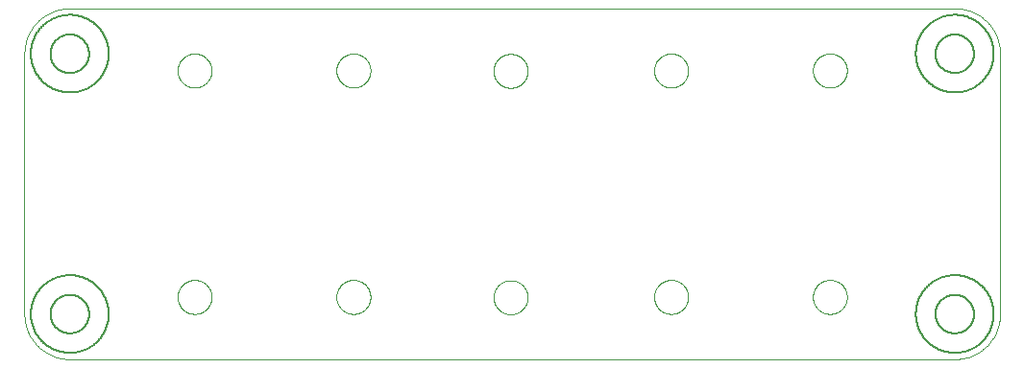
<source format=gto>
G75*
%MOIN*%
%OFA0B0*%
%FSLAX25Y25*%
%IPPOS*%
%LPD*%
%AMOC8*
5,1,8,0,0,1.08239X$1,22.5*
%
%ADD10C,0.00000*%
%ADD11C,0.00600*%
D10*
X0024622Y0008874D02*
X0331709Y0008874D01*
X0332090Y0008879D01*
X0332470Y0008892D01*
X0332850Y0008915D01*
X0333229Y0008948D01*
X0333607Y0008989D01*
X0333984Y0009039D01*
X0334360Y0009099D01*
X0334735Y0009167D01*
X0335107Y0009245D01*
X0335478Y0009332D01*
X0335846Y0009427D01*
X0336212Y0009532D01*
X0336575Y0009645D01*
X0336936Y0009767D01*
X0337293Y0009897D01*
X0337647Y0010037D01*
X0337998Y0010184D01*
X0338345Y0010341D01*
X0338688Y0010505D01*
X0339027Y0010678D01*
X0339362Y0010859D01*
X0339693Y0011048D01*
X0340018Y0011245D01*
X0340339Y0011449D01*
X0340655Y0011662D01*
X0340965Y0011882D01*
X0341271Y0012109D01*
X0341570Y0012344D01*
X0341864Y0012586D01*
X0342152Y0012834D01*
X0342434Y0013090D01*
X0342709Y0013353D01*
X0342978Y0013622D01*
X0343241Y0013897D01*
X0343497Y0014179D01*
X0343745Y0014467D01*
X0343987Y0014761D01*
X0344222Y0015060D01*
X0344449Y0015366D01*
X0344669Y0015676D01*
X0344882Y0015992D01*
X0345086Y0016313D01*
X0345283Y0016638D01*
X0345472Y0016969D01*
X0345653Y0017304D01*
X0345826Y0017643D01*
X0345990Y0017986D01*
X0346147Y0018333D01*
X0346294Y0018684D01*
X0346434Y0019038D01*
X0346564Y0019395D01*
X0346686Y0019756D01*
X0346799Y0020119D01*
X0346904Y0020485D01*
X0346999Y0020853D01*
X0347086Y0021224D01*
X0347164Y0021596D01*
X0347232Y0021971D01*
X0347292Y0022347D01*
X0347342Y0022724D01*
X0347383Y0023102D01*
X0347416Y0023481D01*
X0347439Y0023861D01*
X0347452Y0024241D01*
X0347457Y0024622D01*
X0347457Y0115173D01*
X0347452Y0115554D01*
X0347439Y0115934D01*
X0347416Y0116314D01*
X0347383Y0116693D01*
X0347342Y0117071D01*
X0347292Y0117448D01*
X0347232Y0117824D01*
X0347164Y0118199D01*
X0347086Y0118571D01*
X0346999Y0118942D01*
X0346904Y0119310D01*
X0346799Y0119676D01*
X0346686Y0120039D01*
X0346564Y0120400D01*
X0346434Y0120757D01*
X0346294Y0121111D01*
X0346147Y0121462D01*
X0345990Y0121809D01*
X0345826Y0122152D01*
X0345653Y0122491D01*
X0345472Y0122826D01*
X0345283Y0123157D01*
X0345086Y0123482D01*
X0344882Y0123803D01*
X0344669Y0124119D01*
X0344449Y0124429D01*
X0344222Y0124735D01*
X0343987Y0125034D01*
X0343745Y0125328D01*
X0343497Y0125616D01*
X0343241Y0125898D01*
X0342978Y0126173D01*
X0342709Y0126442D01*
X0342434Y0126705D01*
X0342152Y0126961D01*
X0341864Y0127209D01*
X0341570Y0127451D01*
X0341271Y0127686D01*
X0340965Y0127913D01*
X0340655Y0128133D01*
X0340339Y0128346D01*
X0340018Y0128550D01*
X0339693Y0128747D01*
X0339362Y0128936D01*
X0339027Y0129117D01*
X0338688Y0129290D01*
X0338345Y0129454D01*
X0337998Y0129611D01*
X0337647Y0129758D01*
X0337293Y0129898D01*
X0336936Y0130028D01*
X0336575Y0130150D01*
X0336212Y0130263D01*
X0335846Y0130368D01*
X0335478Y0130463D01*
X0335107Y0130550D01*
X0334735Y0130628D01*
X0334360Y0130696D01*
X0333984Y0130756D01*
X0333607Y0130806D01*
X0333229Y0130847D01*
X0332850Y0130880D01*
X0332470Y0130903D01*
X0332090Y0130916D01*
X0331709Y0130921D01*
X0024622Y0130921D01*
X0024241Y0130916D01*
X0023861Y0130903D01*
X0023481Y0130880D01*
X0023102Y0130847D01*
X0022724Y0130806D01*
X0022347Y0130756D01*
X0021971Y0130696D01*
X0021596Y0130628D01*
X0021224Y0130550D01*
X0020853Y0130463D01*
X0020485Y0130368D01*
X0020119Y0130263D01*
X0019756Y0130150D01*
X0019395Y0130028D01*
X0019038Y0129898D01*
X0018684Y0129758D01*
X0018333Y0129611D01*
X0017986Y0129454D01*
X0017643Y0129290D01*
X0017304Y0129117D01*
X0016969Y0128936D01*
X0016638Y0128747D01*
X0016313Y0128550D01*
X0015992Y0128346D01*
X0015676Y0128133D01*
X0015366Y0127913D01*
X0015060Y0127686D01*
X0014761Y0127451D01*
X0014467Y0127209D01*
X0014179Y0126961D01*
X0013897Y0126705D01*
X0013622Y0126442D01*
X0013353Y0126173D01*
X0013090Y0125898D01*
X0012834Y0125616D01*
X0012586Y0125328D01*
X0012344Y0125034D01*
X0012109Y0124735D01*
X0011882Y0124429D01*
X0011662Y0124119D01*
X0011449Y0123803D01*
X0011245Y0123482D01*
X0011048Y0123157D01*
X0010859Y0122826D01*
X0010678Y0122491D01*
X0010505Y0122152D01*
X0010341Y0121809D01*
X0010184Y0121462D01*
X0010037Y0121111D01*
X0009897Y0120757D01*
X0009767Y0120400D01*
X0009645Y0120039D01*
X0009532Y0119676D01*
X0009427Y0119310D01*
X0009332Y0118942D01*
X0009245Y0118571D01*
X0009167Y0118199D01*
X0009099Y0117824D01*
X0009039Y0117448D01*
X0008989Y0117071D01*
X0008948Y0116693D01*
X0008915Y0116314D01*
X0008892Y0115934D01*
X0008879Y0115554D01*
X0008874Y0115173D01*
X0008874Y0024622D01*
X0008879Y0024241D01*
X0008892Y0023861D01*
X0008915Y0023481D01*
X0008948Y0023102D01*
X0008989Y0022724D01*
X0009039Y0022347D01*
X0009099Y0021971D01*
X0009167Y0021596D01*
X0009245Y0021224D01*
X0009332Y0020853D01*
X0009427Y0020485D01*
X0009532Y0020119D01*
X0009645Y0019756D01*
X0009767Y0019395D01*
X0009897Y0019038D01*
X0010037Y0018684D01*
X0010184Y0018333D01*
X0010341Y0017986D01*
X0010505Y0017643D01*
X0010678Y0017304D01*
X0010859Y0016969D01*
X0011048Y0016638D01*
X0011245Y0016313D01*
X0011449Y0015992D01*
X0011662Y0015676D01*
X0011882Y0015366D01*
X0012109Y0015060D01*
X0012344Y0014761D01*
X0012586Y0014467D01*
X0012834Y0014179D01*
X0013090Y0013897D01*
X0013353Y0013622D01*
X0013622Y0013353D01*
X0013897Y0013090D01*
X0014179Y0012834D01*
X0014467Y0012586D01*
X0014761Y0012344D01*
X0015060Y0012109D01*
X0015366Y0011882D01*
X0015676Y0011662D01*
X0015992Y0011449D01*
X0016313Y0011245D01*
X0016638Y0011048D01*
X0016969Y0010859D01*
X0017304Y0010678D01*
X0017643Y0010505D01*
X0017986Y0010341D01*
X0018333Y0010184D01*
X0018684Y0010037D01*
X0019038Y0009897D01*
X0019395Y0009767D01*
X0019756Y0009645D01*
X0020119Y0009532D01*
X0020485Y0009427D01*
X0020853Y0009332D01*
X0021224Y0009245D01*
X0021596Y0009167D01*
X0021971Y0009099D01*
X0022347Y0009039D01*
X0022724Y0008989D01*
X0023102Y0008948D01*
X0023481Y0008915D01*
X0023861Y0008892D01*
X0024241Y0008879D01*
X0024622Y0008874D01*
X0062023Y0030528D02*
X0062025Y0030681D01*
X0062031Y0030835D01*
X0062041Y0030988D01*
X0062055Y0031140D01*
X0062073Y0031293D01*
X0062095Y0031444D01*
X0062120Y0031595D01*
X0062150Y0031746D01*
X0062184Y0031896D01*
X0062221Y0032044D01*
X0062262Y0032192D01*
X0062307Y0032338D01*
X0062356Y0032484D01*
X0062409Y0032628D01*
X0062465Y0032770D01*
X0062525Y0032911D01*
X0062589Y0033051D01*
X0062656Y0033189D01*
X0062727Y0033325D01*
X0062802Y0033459D01*
X0062879Y0033591D01*
X0062961Y0033721D01*
X0063045Y0033849D01*
X0063133Y0033975D01*
X0063224Y0034098D01*
X0063318Y0034219D01*
X0063416Y0034337D01*
X0063516Y0034453D01*
X0063620Y0034566D01*
X0063726Y0034677D01*
X0063835Y0034785D01*
X0063947Y0034890D01*
X0064061Y0034991D01*
X0064179Y0035090D01*
X0064298Y0035186D01*
X0064420Y0035279D01*
X0064545Y0035368D01*
X0064672Y0035455D01*
X0064801Y0035537D01*
X0064932Y0035617D01*
X0065065Y0035693D01*
X0065200Y0035766D01*
X0065337Y0035835D01*
X0065476Y0035900D01*
X0065616Y0035962D01*
X0065758Y0036020D01*
X0065901Y0036075D01*
X0066046Y0036126D01*
X0066192Y0036173D01*
X0066339Y0036216D01*
X0066487Y0036255D01*
X0066636Y0036291D01*
X0066786Y0036322D01*
X0066937Y0036350D01*
X0067088Y0036374D01*
X0067241Y0036394D01*
X0067393Y0036410D01*
X0067546Y0036422D01*
X0067699Y0036430D01*
X0067852Y0036434D01*
X0068006Y0036434D01*
X0068159Y0036430D01*
X0068312Y0036422D01*
X0068465Y0036410D01*
X0068617Y0036394D01*
X0068770Y0036374D01*
X0068921Y0036350D01*
X0069072Y0036322D01*
X0069222Y0036291D01*
X0069371Y0036255D01*
X0069519Y0036216D01*
X0069666Y0036173D01*
X0069812Y0036126D01*
X0069957Y0036075D01*
X0070100Y0036020D01*
X0070242Y0035962D01*
X0070382Y0035900D01*
X0070521Y0035835D01*
X0070658Y0035766D01*
X0070793Y0035693D01*
X0070926Y0035617D01*
X0071057Y0035537D01*
X0071186Y0035455D01*
X0071313Y0035368D01*
X0071438Y0035279D01*
X0071560Y0035186D01*
X0071679Y0035090D01*
X0071797Y0034991D01*
X0071911Y0034890D01*
X0072023Y0034785D01*
X0072132Y0034677D01*
X0072238Y0034566D01*
X0072342Y0034453D01*
X0072442Y0034337D01*
X0072540Y0034219D01*
X0072634Y0034098D01*
X0072725Y0033975D01*
X0072813Y0033849D01*
X0072897Y0033721D01*
X0072979Y0033591D01*
X0073056Y0033459D01*
X0073131Y0033325D01*
X0073202Y0033189D01*
X0073269Y0033051D01*
X0073333Y0032911D01*
X0073393Y0032770D01*
X0073449Y0032628D01*
X0073502Y0032484D01*
X0073551Y0032338D01*
X0073596Y0032192D01*
X0073637Y0032044D01*
X0073674Y0031896D01*
X0073708Y0031746D01*
X0073738Y0031595D01*
X0073763Y0031444D01*
X0073785Y0031293D01*
X0073803Y0031140D01*
X0073817Y0030988D01*
X0073827Y0030835D01*
X0073833Y0030681D01*
X0073835Y0030528D01*
X0073833Y0030375D01*
X0073827Y0030221D01*
X0073817Y0030068D01*
X0073803Y0029916D01*
X0073785Y0029763D01*
X0073763Y0029612D01*
X0073738Y0029461D01*
X0073708Y0029310D01*
X0073674Y0029160D01*
X0073637Y0029012D01*
X0073596Y0028864D01*
X0073551Y0028718D01*
X0073502Y0028572D01*
X0073449Y0028428D01*
X0073393Y0028286D01*
X0073333Y0028145D01*
X0073269Y0028005D01*
X0073202Y0027867D01*
X0073131Y0027731D01*
X0073056Y0027597D01*
X0072979Y0027465D01*
X0072897Y0027335D01*
X0072813Y0027207D01*
X0072725Y0027081D01*
X0072634Y0026958D01*
X0072540Y0026837D01*
X0072442Y0026719D01*
X0072342Y0026603D01*
X0072238Y0026490D01*
X0072132Y0026379D01*
X0072023Y0026271D01*
X0071911Y0026166D01*
X0071797Y0026065D01*
X0071679Y0025966D01*
X0071560Y0025870D01*
X0071438Y0025777D01*
X0071313Y0025688D01*
X0071186Y0025601D01*
X0071057Y0025519D01*
X0070926Y0025439D01*
X0070793Y0025363D01*
X0070658Y0025290D01*
X0070521Y0025221D01*
X0070382Y0025156D01*
X0070242Y0025094D01*
X0070100Y0025036D01*
X0069957Y0024981D01*
X0069812Y0024930D01*
X0069666Y0024883D01*
X0069519Y0024840D01*
X0069371Y0024801D01*
X0069222Y0024765D01*
X0069072Y0024734D01*
X0068921Y0024706D01*
X0068770Y0024682D01*
X0068617Y0024662D01*
X0068465Y0024646D01*
X0068312Y0024634D01*
X0068159Y0024626D01*
X0068006Y0024622D01*
X0067852Y0024622D01*
X0067699Y0024626D01*
X0067546Y0024634D01*
X0067393Y0024646D01*
X0067241Y0024662D01*
X0067088Y0024682D01*
X0066937Y0024706D01*
X0066786Y0024734D01*
X0066636Y0024765D01*
X0066487Y0024801D01*
X0066339Y0024840D01*
X0066192Y0024883D01*
X0066046Y0024930D01*
X0065901Y0024981D01*
X0065758Y0025036D01*
X0065616Y0025094D01*
X0065476Y0025156D01*
X0065337Y0025221D01*
X0065200Y0025290D01*
X0065065Y0025363D01*
X0064932Y0025439D01*
X0064801Y0025519D01*
X0064672Y0025601D01*
X0064545Y0025688D01*
X0064420Y0025777D01*
X0064298Y0025870D01*
X0064179Y0025966D01*
X0064061Y0026065D01*
X0063947Y0026166D01*
X0063835Y0026271D01*
X0063726Y0026379D01*
X0063620Y0026490D01*
X0063516Y0026603D01*
X0063416Y0026719D01*
X0063318Y0026837D01*
X0063224Y0026958D01*
X0063133Y0027081D01*
X0063045Y0027207D01*
X0062961Y0027335D01*
X0062879Y0027465D01*
X0062802Y0027597D01*
X0062727Y0027731D01*
X0062656Y0027867D01*
X0062589Y0028005D01*
X0062525Y0028145D01*
X0062465Y0028286D01*
X0062409Y0028428D01*
X0062356Y0028572D01*
X0062307Y0028718D01*
X0062262Y0028864D01*
X0062221Y0029012D01*
X0062184Y0029160D01*
X0062150Y0029310D01*
X0062120Y0029461D01*
X0062095Y0029612D01*
X0062073Y0029763D01*
X0062055Y0029916D01*
X0062041Y0030068D01*
X0062031Y0030221D01*
X0062025Y0030375D01*
X0062023Y0030528D01*
X0117141Y0030528D02*
X0117143Y0030681D01*
X0117149Y0030835D01*
X0117159Y0030988D01*
X0117173Y0031140D01*
X0117191Y0031293D01*
X0117213Y0031444D01*
X0117238Y0031595D01*
X0117268Y0031746D01*
X0117302Y0031896D01*
X0117339Y0032044D01*
X0117380Y0032192D01*
X0117425Y0032338D01*
X0117474Y0032484D01*
X0117527Y0032628D01*
X0117583Y0032770D01*
X0117643Y0032911D01*
X0117707Y0033051D01*
X0117774Y0033189D01*
X0117845Y0033325D01*
X0117920Y0033459D01*
X0117997Y0033591D01*
X0118079Y0033721D01*
X0118163Y0033849D01*
X0118251Y0033975D01*
X0118342Y0034098D01*
X0118436Y0034219D01*
X0118534Y0034337D01*
X0118634Y0034453D01*
X0118738Y0034566D01*
X0118844Y0034677D01*
X0118953Y0034785D01*
X0119065Y0034890D01*
X0119179Y0034991D01*
X0119297Y0035090D01*
X0119416Y0035186D01*
X0119538Y0035279D01*
X0119663Y0035368D01*
X0119790Y0035455D01*
X0119919Y0035537D01*
X0120050Y0035617D01*
X0120183Y0035693D01*
X0120318Y0035766D01*
X0120455Y0035835D01*
X0120594Y0035900D01*
X0120734Y0035962D01*
X0120876Y0036020D01*
X0121019Y0036075D01*
X0121164Y0036126D01*
X0121310Y0036173D01*
X0121457Y0036216D01*
X0121605Y0036255D01*
X0121754Y0036291D01*
X0121904Y0036322D01*
X0122055Y0036350D01*
X0122206Y0036374D01*
X0122359Y0036394D01*
X0122511Y0036410D01*
X0122664Y0036422D01*
X0122817Y0036430D01*
X0122970Y0036434D01*
X0123124Y0036434D01*
X0123277Y0036430D01*
X0123430Y0036422D01*
X0123583Y0036410D01*
X0123735Y0036394D01*
X0123888Y0036374D01*
X0124039Y0036350D01*
X0124190Y0036322D01*
X0124340Y0036291D01*
X0124489Y0036255D01*
X0124637Y0036216D01*
X0124784Y0036173D01*
X0124930Y0036126D01*
X0125075Y0036075D01*
X0125218Y0036020D01*
X0125360Y0035962D01*
X0125500Y0035900D01*
X0125639Y0035835D01*
X0125776Y0035766D01*
X0125911Y0035693D01*
X0126044Y0035617D01*
X0126175Y0035537D01*
X0126304Y0035455D01*
X0126431Y0035368D01*
X0126556Y0035279D01*
X0126678Y0035186D01*
X0126797Y0035090D01*
X0126915Y0034991D01*
X0127029Y0034890D01*
X0127141Y0034785D01*
X0127250Y0034677D01*
X0127356Y0034566D01*
X0127460Y0034453D01*
X0127560Y0034337D01*
X0127658Y0034219D01*
X0127752Y0034098D01*
X0127843Y0033975D01*
X0127931Y0033849D01*
X0128015Y0033721D01*
X0128097Y0033591D01*
X0128174Y0033459D01*
X0128249Y0033325D01*
X0128320Y0033189D01*
X0128387Y0033051D01*
X0128451Y0032911D01*
X0128511Y0032770D01*
X0128567Y0032628D01*
X0128620Y0032484D01*
X0128669Y0032338D01*
X0128714Y0032192D01*
X0128755Y0032044D01*
X0128792Y0031896D01*
X0128826Y0031746D01*
X0128856Y0031595D01*
X0128881Y0031444D01*
X0128903Y0031293D01*
X0128921Y0031140D01*
X0128935Y0030988D01*
X0128945Y0030835D01*
X0128951Y0030681D01*
X0128953Y0030528D01*
X0128951Y0030375D01*
X0128945Y0030221D01*
X0128935Y0030068D01*
X0128921Y0029916D01*
X0128903Y0029763D01*
X0128881Y0029612D01*
X0128856Y0029461D01*
X0128826Y0029310D01*
X0128792Y0029160D01*
X0128755Y0029012D01*
X0128714Y0028864D01*
X0128669Y0028718D01*
X0128620Y0028572D01*
X0128567Y0028428D01*
X0128511Y0028286D01*
X0128451Y0028145D01*
X0128387Y0028005D01*
X0128320Y0027867D01*
X0128249Y0027731D01*
X0128174Y0027597D01*
X0128097Y0027465D01*
X0128015Y0027335D01*
X0127931Y0027207D01*
X0127843Y0027081D01*
X0127752Y0026958D01*
X0127658Y0026837D01*
X0127560Y0026719D01*
X0127460Y0026603D01*
X0127356Y0026490D01*
X0127250Y0026379D01*
X0127141Y0026271D01*
X0127029Y0026166D01*
X0126915Y0026065D01*
X0126797Y0025966D01*
X0126678Y0025870D01*
X0126556Y0025777D01*
X0126431Y0025688D01*
X0126304Y0025601D01*
X0126175Y0025519D01*
X0126044Y0025439D01*
X0125911Y0025363D01*
X0125776Y0025290D01*
X0125639Y0025221D01*
X0125500Y0025156D01*
X0125360Y0025094D01*
X0125218Y0025036D01*
X0125075Y0024981D01*
X0124930Y0024930D01*
X0124784Y0024883D01*
X0124637Y0024840D01*
X0124489Y0024801D01*
X0124340Y0024765D01*
X0124190Y0024734D01*
X0124039Y0024706D01*
X0123888Y0024682D01*
X0123735Y0024662D01*
X0123583Y0024646D01*
X0123430Y0024634D01*
X0123277Y0024626D01*
X0123124Y0024622D01*
X0122970Y0024622D01*
X0122817Y0024626D01*
X0122664Y0024634D01*
X0122511Y0024646D01*
X0122359Y0024662D01*
X0122206Y0024682D01*
X0122055Y0024706D01*
X0121904Y0024734D01*
X0121754Y0024765D01*
X0121605Y0024801D01*
X0121457Y0024840D01*
X0121310Y0024883D01*
X0121164Y0024930D01*
X0121019Y0024981D01*
X0120876Y0025036D01*
X0120734Y0025094D01*
X0120594Y0025156D01*
X0120455Y0025221D01*
X0120318Y0025290D01*
X0120183Y0025363D01*
X0120050Y0025439D01*
X0119919Y0025519D01*
X0119790Y0025601D01*
X0119663Y0025688D01*
X0119538Y0025777D01*
X0119416Y0025870D01*
X0119297Y0025966D01*
X0119179Y0026065D01*
X0119065Y0026166D01*
X0118953Y0026271D01*
X0118844Y0026379D01*
X0118738Y0026490D01*
X0118634Y0026603D01*
X0118534Y0026719D01*
X0118436Y0026837D01*
X0118342Y0026958D01*
X0118251Y0027081D01*
X0118163Y0027207D01*
X0118079Y0027335D01*
X0117997Y0027465D01*
X0117920Y0027597D01*
X0117845Y0027731D01*
X0117774Y0027867D01*
X0117707Y0028005D01*
X0117643Y0028145D01*
X0117583Y0028286D01*
X0117527Y0028428D01*
X0117474Y0028572D01*
X0117425Y0028718D01*
X0117380Y0028864D01*
X0117339Y0029012D01*
X0117302Y0029160D01*
X0117268Y0029310D01*
X0117238Y0029461D01*
X0117213Y0029612D01*
X0117191Y0029763D01*
X0117173Y0029916D01*
X0117159Y0030068D01*
X0117149Y0030221D01*
X0117143Y0030375D01*
X0117141Y0030528D01*
X0171669Y0030409D02*
X0171671Y0030562D01*
X0171677Y0030716D01*
X0171687Y0030869D01*
X0171701Y0031021D01*
X0171719Y0031174D01*
X0171741Y0031325D01*
X0171766Y0031476D01*
X0171796Y0031627D01*
X0171830Y0031777D01*
X0171867Y0031925D01*
X0171908Y0032073D01*
X0171953Y0032219D01*
X0172002Y0032365D01*
X0172055Y0032509D01*
X0172111Y0032651D01*
X0172171Y0032792D01*
X0172235Y0032932D01*
X0172302Y0033070D01*
X0172373Y0033206D01*
X0172448Y0033340D01*
X0172525Y0033472D01*
X0172607Y0033602D01*
X0172691Y0033730D01*
X0172779Y0033856D01*
X0172870Y0033979D01*
X0172964Y0034100D01*
X0173062Y0034218D01*
X0173162Y0034334D01*
X0173266Y0034447D01*
X0173372Y0034558D01*
X0173481Y0034666D01*
X0173593Y0034771D01*
X0173707Y0034872D01*
X0173825Y0034971D01*
X0173944Y0035067D01*
X0174066Y0035160D01*
X0174191Y0035249D01*
X0174318Y0035336D01*
X0174447Y0035418D01*
X0174578Y0035498D01*
X0174711Y0035574D01*
X0174846Y0035647D01*
X0174983Y0035716D01*
X0175122Y0035781D01*
X0175262Y0035843D01*
X0175404Y0035901D01*
X0175547Y0035956D01*
X0175692Y0036007D01*
X0175838Y0036054D01*
X0175985Y0036097D01*
X0176133Y0036136D01*
X0176282Y0036172D01*
X0176432Y0036203D01*
X0176583Y0036231D01*
X0176734Y0036255D01*
X0176887Y0036275D01*
X0177039Y0036291D01*
X0177192Y0036303D01*
X0177345Y0036311D01*
X0177498Y0036315D01*
X0177652Y0036315D01*
X0177805Y0036311D01*
X0177958Y0036303D01*
X0178111Y0036291D01*
X0178263Y0036275D01*
X0178416Y0036255D01*
X0178567Y0036231D01*
X0178718Y0036203D01*
X0178868Y0036172D01*
X0179017Y0036136D01*
X0179165Y0036097D01*
X0179312Y0036054D01*
X0179458Y0036007D01*
X0179603Y0035956D01*
X0179746Y0035901D01*
X0179888Y0035843D01*
X0180028Y0035781D01*
X0180167Y0035716D01*
X0180304Y0035647D01*
X0180439Y0035574D01*
X0180572Y0035498D01*
X0180703Y0035418D01*
X0180832Y0035336D01*
X0180959Y0035249D01*
X0181084Y0035160D01*
X0181206Y0035067D01*
X0181325Y0034971D01*
X0181443Y0034872D01*
X0181557Y0034771D01*
X0181669Y0034666D01*
X0181778Y0034558D01*
X0181884Y0034447D01*
X0181988Y0034334D01*
X0182088Y0034218D01*
X0182186Y0034100D01*
X0182280Y0033979D01*
X0182371Y0033856D01*
X0182459Y0033730D01*
X0182543Y0033602D01*
X0182625Y0033472D01*
X0182702Y0033340D01*
X0182777Y0033206D01*
X0182848Y0033070D01*
X0182915Y0032932D01*
X0182979Y0032792D01*
X0183039Y0032651D01*
X0183095Y0032509D01*
X0183148Y0032365D01*
X0183197Y0032219D01*
X0183242Y0032073D01*
X0183283Y0031925D01*
X0183320Y0031777D01*
X0183354Y0031627D01*
X0183384Y0031476D01*
X0183409Y0031325D01*
X0183431Y0031174D01*
X0183449Y0031021D01*
X0183463Y0030869D01*
X0183473Y0030716D01*
X0183479Y0030562D01*
X0183481Y0030409D01*
X0183479Y0030256D01*
X0183473Y0030102D01*
X0183463Y0029949D01*
X0183449Y0029797D01*
X0183431Y0029644D01*
X0183409Y0029493D01*
X0183384Y0029342D01*
X0183354Y0029191D01*
X0183320Y0029041D01*
X0183283Y0028893D01*
X0183242Y0028745D01*
X0183197Y0028599D01*
X0183148Y0028453D01*
X0183095Y0028309D01*
X0183039Y0028167D01*
X0182979Y0028026D01*
X0182915Y0027886D01*
X0182848Y0027748D01*
X0182777Y0027612D01*
X0182702Y0027478D01*
X0182625Y0027346D01*
X0182543Y0027216D01*
X0182459Y0027088D01*
X0182371Y0026962D01*
X0182280Y0026839D01*
X0182186Y0026718D01*
X0182088Y0026600D01*
X0181988Y0026484D01*
X0181884Y0026371D01*
X0181778Y0026260D01*
X0181669Y0026152D01*
X0181557Y0026047D01*
X0181443Y0025946D01*
X0181325Y0025847D01*
X0181206Y0025751D01*
X0181084Y0025658D01*
X0180959Y0025569D01*
X0180832Y0025482D01*
X0180703Y0025400D01*
X0180572Y0025320D01*
X0180439Y0025244D01*
X0180304Y0025171D01*
X0180167Y0025102D01*
X0180028Y0025037D01*
X0179888Y0024975D01*
X0179746Y0024917D01*
X0179603Y0024862D01*
X0179458Y0024811D01*
X0179312Y0024764D01*
X0179165Y0024721D01*
X0179017Y0024682D01*
X0178868Y0024646D01*
X0178718Y0024615D01*
X0178567Y0024587D01*
X0178416Y0024563D01*
X0178263Y0024543D01*
X0178111Y0024527D01*
X0177958Y0024515D01*
X0177805Y0024507D01*
X0177652Y0024503D01*
X0177498Y0024503D01*
X0177345Y0024507D01*
X0177192Y0024515D01*
X0177039Y0024527D01*
X0176887Y0024543D01*
X0176734Y0024563D01*
X0176583Y0024587D01*
X0176432Y0024615D01*
X0176282Y0024646D01*
X0176133Y0024682D01*
X0175985Y0024721D01*
X0175838Y0024764D01*
X0175692Y0024811D01*
X0175547Y0024862D01*
X0175404Y0024917D01*
X0175262Y0024975D01*
X0175122Y0025037D01*
X0174983Y0025102D01*
X0174846Y0025171D01*
X0174711Y0025244D01*
X0174578Y0025320D01*
X0174447Y0025400D01*
X0174318Y0025482D01*
X0174191Y0025569D01*
X0174066Y0025658D01*
X0173944Y0025751D01*
X0173825Y0025847D01*
X0173707Y0025946D01*
X0173593Y0026047D01*
X0173481Y0026152D01*
X0173372Y0026260D01*
X0173266Y0026371D01*
X0173162Y0026484D01*
X0173062Y0026600D01*
X0172964Y0026718D01*
X0172870Y0026839D01*
X0172779Y0026962D01*
X0172691Y0027088D01*
X0172607Y0027216D01*
X0172525Y0027346D01*
X0172448Y0027478D01*
X0172373Y0027612D01*
X0172302Y0027748D01*
X0172235Y0027886D01*
X0172171Y0028026D01*
X0172111Y0028167D01*
X0172055Y0028309D01*
X0172002Y0028453D01*
X0171953Y0028599D01*
X0171908Y0028745D01*
X0171867Y0028893D01*
X0171830Y0029041D01*
X0171796Y0029191D01*
X0171766Y0029342D01*
X0171741Y0029493D01*
X0171719Y0029644D01*
X0171701Y0029797D01*
X0171687Y0029949D01*
X0171677Y0030102D01*
X0171671Y0030256D01*
X0171669Y0030409D01*
X0227377Y0030528D02*
X0227379Y0030681D01*
X0227385Y0030835D01*
X0227395Y0030988D01*
X0227409Y0031140D01*
X0227427Y0031293D01*
X0227449Y0031444D01*
X0227474Y0031595D01*
X0227504Y0031746D01*
X0227538Y0031896D01*
X0227575Y0032044D01*
X0227616Y0032192D01*
X0227661Y0032338D01*
X0227710Y0032484D01*
X0227763Y0032628D01*
X0227819Y0032770D01*
X0227879Y0032911D01*
X0227943Y0033051D01*
X0228010Y0033189D01*
X0228081Y0033325D01*
X0228156Y0033459D01*
X0228233Y0033591D01*
X0228315Y0033721D01*
X0228399Y0033849D01*
X0228487Y0033975D01*
X0228578Y0034098D01*
X0228672Y0034219D01*
X0228770Y0034337D01*
X0228870Y0034453D01*
X0228974Y0034566D01*
X0229080Y0034677D01*
X0229189Y0034785D01*
X0229301Y0034890D01*
X0229415Y0034991D01*
X0229533Y0035090D01*
X0229652Y0035186D01*
X0229774Y0035279D01*
X0229899Y0035368D01*
X0230026Y0035455D01*
X0230155Y0035537D01*
X0230286Y0035617D01*
X0230419Y0035693D01*
X0230554Y0035766D01*
X0230691Y0035835D01*
X0230830Y0035900D01*
X0230970Y0035962D01*
X0231112Y0036020D01*
X0231255Y0036075D01*
X0231400Y0036126D01*
X0231546Y0036173D01*
X0231693Y0036216D01*
X0231841Y0036255D01*
X0231990Y0036291D01*
X0232140Y0036322D01*
X0232291Y0036350D01*
X0232442Y0036374D01*
X0232595Y0036394D01*
X0232747Y0036410D01*
X0232900Y0036422D01*
X0233053Y0036430D01*
X0233206Y0036434D01*
X0233360Y0036434D01*
X0233513Y0036430D01*
X0233666Y0036422D01*
X0233819Y0036410D01*
X0233971Y0036394D01*
X0234124Y0036374D01*
X0234275Y0036350D01*
X0234426Y0036322D01*
X0234576Y0036291D01*
X0234725Y0036255D01*
X0234873Y0036216D01*
X0235020Y0036173D01*
X0235166Y0036126D01*
X0235311Y0036075D01*
X0235454Y0036020D01*
X0235596Y0035962D01*
X0235736Y0035900D01*
X0235875Y0035835D01*
X0236012Y0035766D01*
X0236147Y0035693D01*
X0236280Y0035617D01*
X0236411Y0035537D01*
X0236540Y0035455D01*
X0236667Y0035368D01*
X0236792Y0035279D01*
X0236914Y0035186D01*
X0237033Y0035090D01*
X0237151Y0034991D01*
X0237265Y0034890D01*
X0237377Y0034785D01*
X0237486Y0034677D01*
X0237592Y0034566D01*
X0237696Y0034453D01*
X0237796Y0034337D01*
X0237894Y0034219D01*
X0237988Y0034098D01*
X0238079Y0033975D01*
X0238167Y0033849D01*
X0238251Y0033721D01*
X0238333Y0033591D01*
X0238410Y0033459D01*
X0238485Y0033325D01*
X0238556Y0033189D01*
X0238623Y0033051D01*
X0238687Y0032911D01*
X0238747Y0032770D01*
X0238803Y0032628D01*
X0238856Y0032484D01*
X0238905Y0032338D01*
X0238950Y0032192D01*
X0238991Y0032044D01*
X0239028Y0031896D01*
X0239062Y0031746D01*
X0239092Y0031595D01*
X0239117Y0031444D01*
X0239139Y0031293D01*
X0239157Y0031140D01*
X0239171Y0030988D01*
X0239181Y0030835D01*
X0239187Y0030681D01*
X0239189Y0030528D01*
X0239187Y0030375D01*
X0239181Y0030221D01*
X0239171Y0030068D01*
X0239157Y0029916D01*
X0239139Y0029763D01*
X0239117Y0029612D01*
X0239092Y0029461D01*
X0239062Y0029310D01*
X0239028Y0029160D01*
X0238991Y0029012D01*
X0238950Y0028864D01*
X0238905Y0028718D01*
X0238856Y0028572D01*
X0238803Y0028428D01*
X0238747Y0028286D01*
X0238687Y0028145D01*
X0238623Y0028005D01*
X0238556Y0027867D01*
X0238485Y0027731D01*
X0238410Y0027597D01*
X0238333Y0027465D01*
X0238251Y0027335D01*
X0238167Y0027207D01*
X0238079Y0027081D01*
X0237988Y0026958D01*
X0237894Y0026837D01*
X0237796Y0026719D01*
X0237696Y0026603D01*
X0237592Y0026490D01*
X0237486Y0026379D01*
X0237377Y0026271D01*
X0237265Y0026166D01*
X0237151Y0026065D01*
X0237033Y0025966D01*
X0236914Y0025870D01*
X0236792Y0025777D01*
X0236667Y0025688D01*
X0236540Y0025601D01*
X0236411Y0025519D01*
X0236280Y0025439D01*
X0236147Y0025363D01*
X0236012Y0025290D01*
X0235875Y0025221D01*
X0235736Y0025156D01*
X0235596Y0025094D01*
X0235454Y0025036D01*
X0235311Y0024981D01*
X0235166Y0024930D01*
X0235020Y0024883D01*
X0234873Y0024840D01*
X0234725Y0024801D01*
X0234576Y0024765D01*
X0234426Y0024734D01*
X0234275Y0024706D01*
X0234124Y0024682D01*
X0233971Y0024662D01*
X0233819Y0024646D01*
X0233666Y0024634D01*
X0233513Y0024626D01*
X0233360Y0024622D01*
X0233206Y0024622D01*
X0233053Y0024626D01*
X0232900Y0024634D01*
X0232747Y0024646D01*
X0232595Y0024662D01*
X0232442Y0024682D01*
X0232291Y0024706D01*
X0232140Y0024734D01*
X0231990Y0024765D01*
X0231841Y0024801D01*
X0231693Y0024840D01*
X0231546Y0024883D01*
X0231400Y0024930D01*
X0231255Y0024981D01*
X0231112Y0025036D01*
X0230970Y0025094D01*
X0230830Y0025156D01*
X0230691Y0025221D01*
X0230554Y0025290D01*
X0230419Y0025363D01*
X0230286Y0025439D01*
X0230155Y0025519D01*
X0230026Y0025601D01*
X0229899Y0025688D01*
X0229774Y0025777D01*
X0229652Y0025870D01*
X0229533Y0025966D01*
X0229415Y0026065D01*
X0229301Y0026166D01*
X0229189Y0026271D01*
X0229080Y0026379D01*
X0228974Y0026490D01*
X0228870Y0026603D01*
X0228770Y0026719D01*
X0228672Y0026837D01*
X0228578Y0026958D01*
X0228487Y0027081D01*
X0228399Y0027207D01*
X0228315Y0027335D01*
X0228233Y0027465D01*
X0228156Y0027597D01*
X0228081Y0027731D01*
X0228010Y0027867D01*
X0227943Y0028005D01*
X0227879Y0028145D01*
X0227819Y0028286D01*
X0227763Y0028428D01*
X0227710Y0028572D01*
X0227661Y0028718D01*
X0227616Y0028864D01*
X0227575Y0029012D01*
X0227538Y0029160D01*
X0227504Y0029310D01*
X0227474Y0029461D01*
X0227449Y0029612D01*
X0227427Y0029763D01*
X0227409Y0029916D01*
X0227395Y0030068D01*
X0227385Y0030221D01*
X0227379Y0030375D01*
X0227377Y0030528D01*
X0282496Y0030528D02*
X0282498Y0030681D01*
X0282504Y0030835D01*
X0282514Y0030988D01*
X0282528Y0031140D01*
X0282546Y0031293D01*
X0282568Y0031444D01*
X0282593Y0031595D01*
X0282623Y0031746D01*
X0282657Y0031896D01*
X0282694Y0032044D01*
X0282735Y0032192D01*
X0282780Y0032338D01*
X0282829Y0032484D01*
X0282882Y0032628D01*
X0282938Y0032770D01*
X0282998Y0032911D01*
X0283062Y0033051D01*
X0283129Y0033189D01*
X0283200Y0033325D01*
X0283275Y0033459D01*
X0283352Y0033591D01*
X0283434Y0033721D01*
X0283518Y0033849D01*
X0283606Y0033975D01*
X0283697Y0034098D01*
X0283791Y0034219D01*
X0283889Y0034337D01*
X0283989Y0034453D01*
X0284093Y0034566D01*
X0284199Y0034677D01*
X0284308Y0034785D01*
X0284420Y0034890D01*
X0284534Y0034991D01*
X0284652Y0035090D01*
X0284771Y0035186D01*
X0284893Y0035279D01*
X0285018Y0035368D01*
X0285145Y0035455D01*
X0285274Y0035537D01*
X0285405Y0035617D01*
X0285538Y0035693D01*
X0285673Y0035766D01*
X0285810Y0035835D01*
X0285949Y0035900D01*
X0286089Y0035962D01*
X0286231Y0036020D01*
X0286374Y0036075D01*
X0286519Y0036126D01*
X0286665Y0036173D01*
X0286812Y0036216D01*
X0286960Y0036255D01*
X0287109Y0036291D01*
X0287259Y0036322D01*
X0287410Y0036350D01*
X0287561Y0036374D01*
X0287714Y0036394D01*
X0287866Y0036410D01*
X0288019Y0036422D01*
X0288172Y0036430D01*
X0288325Y0036434D01*
X0288479Y0036434D01*
X0288632Y0036430D01*
X0288785Y0036422D01*
X0288938Y0036410D01*
X0289090Y0036394D01*
X0289243Y0036374D01*
X0289394Y0036350D01*
X0289545Y0036322D01*
X0289695Y0036291D01*
X0289844Y0036255D01*
X0289992Y0036216D01*
X0290139Y0036173D01*
X0290285Y0036126D01*
X0290430Y0036075D01*
X0290573Y0036020D01*
X0290715Y0035962D01*
X0290855Y0035900D01*
X0290994Y0035835D01*
X0291131Y0035766D01*
X0291266Y0035693D01*
X0291399Y0035617D01*
X0291530Y0035537D01*
X0291659Y0035455D01*
X0291786Y0035368D01*
X0291911Y0035279D01*
X0292033Y0035186D01*
X0292152Y0035090D01*
X0292270Y0034991D01*
X0292384Y0034890D01*
X0292496Y0034785D01*
X0292605Y0034677D01*
X0292711Y0034566D01*
X0292815Y0034453D01*
X0292915Y0034337D01*
X0293013Y0034219D01*
X0293107Y0034098D01*
X0293198Y0033975D01*
X0293286Y0033849D01*
X0293370Y0033721D01*
X0293452Y0033591D01*
X0293529Y0033459D01*
X0293604Y0033325D01*
X0293675Y0033189D01*
X0293742Y0033051D01*
X0293806Y0032911D01*
X0293866Y0032770D01*
X0293922Y0032628D01*
X0293975Y0032484D01*
X0294024Y0032338D01*
X0294069Y0032192D01*
X0294110Y0032044D01*
X0294147Y0031896D01*
X0294181Y0031746D01*
X0294211Y0031595D01*
X0294236Y0031444D01*
X0294258Y0031293D01*
X0294276Y0031140D01*
X0294290Y0030988D01*
X0294300Y0030835D01*
X0294306Y0030681D01*
X0294308Y0030528D01*
X0294306Y0030375D01*
X0294300Y0030221D01*
X0294290Y0030068D01*
X0294276Y0029916D01*
X0294258Y0029763D01*
X0294236Y0029612D01*
X0294211Y0029461D01*
X0294181Y0029310D01*
X0294147Y0029160D01*
X0294110Y0029012D01*
X0294069Y0028864D01*
X0294024Y0028718D01*
X0293975Y0028572D01*
X0293922Y0028428D01*
X0293866Y0028286D01*
X0293806Y0028145D01*
X0293742Y0028005D01*
X0293675Y0027867D01*
X0293604Y0027731D01*
X0293529Y0027597D01*
X0293452Y0027465D01*
X0293370Y0027335D01*
X0293286Y0027207D01*
X0293198Y0027081D01*
X0293107Y0026958D01*
X0293013Y0026837D01*
X0292915Y0026719D01*
X0292815Y0026603D01*
X0292711Y0026490D01*
X0292605Y0026379D01*
X0292496Y0026271D01*
X0292384Y0026166D01*
X0292270Y0026065D01*
X0292152Y0025966D01*
X0292033Y0025870D01*
X0291911Y0025777D01*
X0291786Y0025688D01*
X0291659Y0025601D01*
X0291530Y0025519D01*
X0291399Y0025439D01*
X0291266Y0025363D01*
X0291131Y0025290D01*
X0290994Y0025221D01*
X0290855Y0025156D01*
X0290715Y0025094D01*
X0290573Y0025036D01*
X0290430Y0024981D01*
X0290285Y0024930D01*
X0290139Y0024883D01*
X0289992Y0024840D01*
X0289844Y0024801D01*
X0289695Y0024765D01*
X0289545Y0024734D01*
X0289394Y0024706D01*
X0289243Y0024682D01*
X0289090Y0024662D01*
X0288938Y0024646D01*
X0288785Y0024634D01*
X0288632Y0024626D01*
X0288479Y0024622D01*
X0288325Y0024622D01*
X0288172Y0024626D01*
X0288019Y0024634D01*
X0287866Y0024646D01*
X0287714Y0024662D01*
X0287561Y0024682D01*
X0287410Y0024706D01*
X0287259Y0024734D01*
X0287109Y0024765D01*
X0286960Y0024801D01*
X0286812Y0024840D01*
X0286665Y0024883D01*
X0286519Y0024930D01*
X0286374Y0024981D01*
X0286231Y0025036D01*
X0286089Y0025094D01*
X0285949Y0025156D01*
X0285810Y0025221D01*
X0285673Y0025290D01*
X0285538Y0025363D01*
X0285405Y0025439D01*
X0285274Y0025519D01*
X0285145Y0025601D01*
X0285018Y0025688D01*
X0284893Y0025777D01*
X0284771Y0025870D01*
X0284652Y0025966D01*
X0284534Y0026065D01*
X0284420Y0026166D01*
X0284308Y0026271D01*
X0284199Y0026379D01*
X0284093Y0026490D01*
X0283989Y0026603D01*
X0283889Y0026719D01*
X0283791Y0026837D01*
X0283697Y0026958D01*
X0283606Y0027081D01*
X0283518Y0027207D01*
X0283434Y0027335D01*
X0283352Y0027465D01*
X0283275Y0027597D01*
X0283200Y0027731D01*
X0283129Y0027867D01*
X0283062Y0028005D01*
X0282998Y0028145D01*
X0282938Y0028286D01*
X0282882Y0028428D01*
X0282829Y0028572D01*
X0282780Y0028718D01*
X0282735Y0028864D01*
X0282694Y0029012D01*
X0282657Y0029160D01*
X0282623Y0029310D01*
X0282593Y0029461D01*
X0282568Y0029612D01*
X0282546Y0029763D01*
X0282528Y0029916D01*
X0282514Y0030068D01*
X0282504Y0030221D01*
X0282498Y0030375D01*
X0282496Y0030528D01*
X0282496Y0109268D02*
X0282498Y0109421D01*
X0282504Y0109575D01*
X0282514Y0109728D01*
X0282528Y0109880D01*
X0282546Y0110033D01*
X0282568Y0110184D01*
X0282593Y0110335D01*
X0282623Y0110486D01*
X0282657Y0110636D01*
X0282694Y0110784D01*
X0282735Y0110932D01*
X0282780Y0111078D01*
X0282829Y0111224D01*
X0282882Y0111368D01*
X0282938Y0111510D01*
X0282998Y0111651D01*
X0283062Y0111791D01*
X0283129Y0111929D01*
X0283200Y0112065D01*
X0283275Y0112199D01*
X0283352Y0112331D01*
X0283434Y0112461D01*
X0283518Y0112589D01*
X0283606Y0112715D01*
X0283697Y0112838D01*
X0283791Y0112959D01*
X0283889Y0113077D01*
X0283989Y0113193D01*
X0284093Y0113306D01*
X0284199Y0113417D01*
X0284308Y0113525D01*
X0284420Y0113630D01*
X0284534Y0113731D01*
X0284652Y0113830D01*
X0284771Y0113926D01*
X0284893Y0114019D01*
X0285018Y0114108D01*
X0285145Y0114195D01*
X0285274Y0114277D01*
X0285405Y0114357D01*
X0285538Y0114433D01*
X0285673Y0114506D01*
X0285810Y0114575D01*
X0285949Y0114640D01*
X0286089Y0114702D01*
X0286231Y0114760D01*
X0286374Y0114815D01*
X0286519Y0114866D01*
X0286665Y0114913D01*
X0286812Y0114956D01*
X0286960Y0114995D01*
X0287109Y0115031D01*
X0287259Y0115062D01*
X0287410Y0115090D01*
X0287561Y0115114D01*
X0287714Y0115134D01*
X0287866Y0115150D01*
X0288019Y0115162D01*
X0288172Y0115170D01*
X0288325Y0115174D01*
X0288479Y0115174D01*
X0288632Y0115170D01*
X0288785Y0115162D01*
X0288938Y0115150D01*
X0289090Y0115134D01*
X0289243Y0115114D01*
X0289394Y0115090D01*
X0289545Y0115062D01*
X0289695Y0115031D01*
X0289844Y0114995D01*
X0289992Y0114956D01*
X0290139Y0114913D01*
X0290285Y0114866D01*
X0290430Y0114815D01*
X0290573Y0114760D01*
X0290715Y0114702D01*
X0290855Y0114640D01*
X0290994Y0114575D01*
X0291131Y0114506D01*
X0291266Y0114433D01*
X0291399Y0114357D01*
X0291530Y0114277D01*
X0291659Y0114195D01*
X0291786Y0114108D01*
X0291911Y0114019D01*
X0292033Y0113926D01*
X0292152Y0113830D01*
X0292270Y0113731D01*
X0292384Y0113630D01*
X0292496Y0113525D01*
X0292605Y0113417D01*
X0292711Y0113306D01*
X0292815Y0113193D01*
X0292915Y0113077D01*
X0293013Y0112959D01*
X0293107Y0112838D01*
X0293198Y0112715D01*
X0293286Y0112589D01*
X0293370Y0112461D01*
X0293452Y0112331D01*
X0293529Y0112199D01*
X0293604Y0112065D01*
X0293675Y0111929D01*
X0293742Y0111791D01*
X0293806Y0111651D01*
X0293866Y0111510D01*
X0293922Y0111368D01*
X0293975Y0111224D01*
X0294024Y0111078D01*
X0294069Y0110932D01*
X0294110Y0110784D01*
X0294147Y0110636D01*
X0294181Y0110486D01*
X0294211Y0110335D01*
X0294236Y0110184D01*
X0294258Y0110033D01*
X0294276Y0109880D01*
X0294290Y0109728D01*
X0294300Y0109575D01*
X0294306Y0109421D01*
X0294308Y0109268D01*
X0294306Y0109115D01*
X0294300Y0108961D01*
X0294290Y0108808D01*
X0294276Y0108656D01*
X0294258Y0108503D01*
X0294236Y0108352D01*
X0294211Y0108201D01*
X0294181Y0108050D01*
X0294147Y0107900D01*
X0294110Y0107752D01*
X0294069Y0107604D01*
X0294024Y0107458D01*
X0293975Y0107312D01*
X0293922Y0107168D01*
X0293866Y0107026D01*
X0293806Y0106885D01*
X0293742Y0106745D01*
X0293675Y0106607D01*
X0293604Y0106471D01*
X0293529Y0106337D01*
X0293452Y0106205D01*
X0293370Y0106075D01*
X0293286Y0105947D01*
X0293198Y0105821D01*
X0293107Y0105698D01*
X0293013Y0105577D01*
X0292915Y0105459D01*
X0292815Y0105343D01*
X0292711Y0105230D01*
X0292605Y0105119D01*
X0292496Y0105011D01*
X0292384Y0104906D01*
X0292270Y0104805D01*
X0292152Y0104706D01*
X0292033Y0104610D01*
X0291911Y0104517D01*
X0291786Y0104428D01*
X0291659Y0104341D01*
X0291530Y0104259D01*
X0291399Y0104179D01*
X0291266Y0104103D01*
X0291131Y0104030D01*
X0290994Y0103961D01*
X0290855Y0103896D01*
X0290715Y0103834D01*
X0290573Y0103776D01*
X0290430Y0103721D01*
X0290285Y0103670D01*
X0290139Y0103623D01*
X0289992Y0103580D01*
X0289844Y0103541D01*
X0289695Y0103505D01*
X0289545Y0103474D01*
X0289394Y0103446D01*
X0289243Y0103422D01*
X0289090Y0103402D01*
X0288938Y0103386D01*
X0288785Y0103374D01*
X0288632Y0103366D01*
X0288479Y0103362D01*
X0288325Y0103362D01*
X0288172Y0103366D01*
X0288019Y0103374D01*
X0287866Y0103386D01*
X0287714Y0103402D01*
X0287561Y0103422D01*
X0287410Y0103446D01*
X0287259Y0103474D01*
X0287109Y0103505D01*
X0286960Y0103541D01*
X0286812Y0103580D01*
X0286665Y0103623D01*
X0286519Y0103670D01*
X0286374Y0103721D01*
X0286231Y0103776D01*
X0286089Y0103834D01*
X0285949Y0103896D01*
X0285810Y0103961D01*
X0285673Y0104030D01*
X0285538Y0104103D01*
X0285405Y0104179D01*
X0285274Y0104259D01*
X0285145Y0104341D01*
X0285018Y0104428D01*
X0284893Y0104517D01*
X0284771Y0104610D01*
X0284652Y0104706D01*
X0284534Y0104805D01*
X0284420Y0104906D01*
X0284308Y0105011D01*
X0284199Y0105119D01*
X0284093Y0105230D01*
X0283989Y0105343D01*
X0283889Y0105459D01*
X0283791Y0105577D01*
X0283697Y0105698D01*
X0283606Y0105821D01*
X0283518Y0105947D01*
X0283434Y0106075D01*
X0283352Y0106205D01*
X0283275Y0106337D01*
X0283200Y0106471D01*
X0283129Y0106607D01*
X0283062Y0106745D01*
X0282998Y0106885D01*
X0282938Y0107026D01*
X0282882Y0107168D01*
X0282829Y0107312D01*
X0282780Y0107458D01*
X0282735Y0107604D01*
X0282694Y0107752D01*
X0282657Y0107900D01*
X0282623Y0108050D01*
X0282593Y0108201D01*
X0282568Y0108352D01*
X0282546Y0108503D01*
X0282528Y0108656D01*
X0282514Y0108808D01*
X0282504Y0108961D01*
X0282498Y0109115D01*
X0282496Y0109268D01*
X0227377Y0109268D02*
X0227379Y0109421D01*
X0227385Y0109575D01*
X0227395Y0109728D01*
X0227409Y0109880D01*
X0227427Y0110033D01*
X0227449Y0110184D01*
X0227474Y0110335D01*
X0227504Y0110486D01*
X0227538Y0110636D01*
X0227575Y0110784D01*
X0227616Y0110932D01*
X0227661Y0111078D01*
X0227710Y0111224D01*
X0227763Y0111368D01*
X0227819Y0111510D01*
X0227879Y0111651D01*
X0227943Y0111791D01*
X0228010Y0111929D01*
X0228081Y0112065D01*
X0228156Y0112199D01*
X0228233Y0112331D01*
X0228315Y0112461D01*
X0228399Y0112589D01*
X0228487Y0112715D01*
X0228578Y0112838D01*
X0228672Y0112959D01*
X0228770Y0113077D01*
X0228870Y0113193D01*
X0228974Y0113306D01*
X0229080Y0113417D01*
X0229189Y0113525D01*
X0229301Y0113630D01*
X0229415Y0113731D01*
X0229533Y0113830D01*
X0229652Y0113926D01*
X0229774Y0114019D01*
X0229899Y0114108D01*
X0230026Y0114195D01*
X0230155Y0114277D01*
X0230286Y0114357D01*
X0230419Y0114433D01*
X0230554Y0114506D01*
X0230691Y0114575D01*
X0230830Y0114640D01*
X0230970Y0114702D01*
X0231112Y0114760D01*
X0231255Y0114815D01*
X0231400Y0114866D01*
X0231546Y0114913D01*
X0231693Y0114956D01*
X0231841Y0114995D01*
X0231990Y0115031D01*
X0232140Y0115062D01*
X0232291Y0115090D01*
X0232442Y0115114D01*
X0232595Y0115134D01*
X0232747Y0115150D01*
X0232900Y0115162D01*
X0233053Y0115170D01*
X0233206Y0115174D01*
X0233360Y0115174D01*
X0233513Y0115170D01*
X0233666Y0115162D01*
X0233819Y0115150D01*
X0233971Y0115134D01*
X0234124Y0115114D01*
X0234275Y0115090D01*
X0234426Y0115062D01*
X0234576Y0115031D01*
X0234725Y0114995D01*
X0234873Y0114956D01*
X0235020Y0114913D01*
X0235166Y0114866D01*
X0235311Y0114815D01*
X0235454Y0114760D01*
X0235596Y0114702D01*
X0235736Y0114640D01*
X0235875Y0114575D01*
X0236012Y0114506D01*
X0236147Y0114433D01*
X0236280Y0114357D01*
X0236411Y0114277D01*
X0236540Y0114195D01*
X0236667Y0114108D01*
X0236792Y0114019D01*
X0236914Y0113926D01*
X0237033Y0113830D01*
X0237151Y0113731D01*
X0237265Y0113630D01*
X0237377Y0113525D01*
X0237486Y0113417D01*
X0237592Y0113306D01*
X0237696Y0113193D01*
X0237796Y0113077D01*
X0237894Y0112959D01*
X0237988Y0112838D01*
X0238079Y0112715D01*
X0238167Y0112589D01*
X0238251Y0112461D01*
X0238333Y0112331D01*
X0238410Y0112199D01*
X0238485Y0112065D01*
X0238556Y0111929D01*
X0238623Y0111791D01*
X0238687Y0111651D01*
X0238747Y0111510D01*
X0238803Y0111368D01*
X0238856Y0111224D01*
X0238905Y0111078D01*
X0238950Y0110932D01*
X0238991Y0110784D01*
X0239028Y0110636D01*
X0239062Y0110486D01*
X0239092Y0110335D01*
X0239117Y0110184D01*
X0239139Y0110033D01*
X0239157Y0109880D01*
X0239171Y0109728D01*
X0239181Y0109575D01*
X0239187Y0109421D01*
X0239189Y0109268D01*
X0239187Y0109115D01*
X0239181Y0108961D01*
X0239171Y0108808D01*
X0239157Y0108656D01*
X0239139Y0108503D01*
X0239117Y0108352D01*
X0239092Y0108201D01*
X0239062Y0108050D01*
X0239028Y0107900D01*
X0238991Y0107752D01*
X0238950Y0107604D01*
X0238905Y0107458D01*
X0238856Y0107312D01*
X0238803Y0107168D01*
X0238747Y0107026D01*
X0238687Y0106885D01*
X0238623Y0106745D01*
X0238556Y0106607D01*
X0238485Y0106471D01*
X0238410Y0106337D01*
X0238333Y0106205D01*
X0238251Y0106075D01*
X0238167Y0105947D01*
X0238079Y0105821D01*
X0237988Y0105698D01*
X0237894Y0105577D01*
X0237796Y0105459D01*
X0237696Y0105343D01*
X0237592Y0105230D01*
X0237486Y0105119D01*
X0237377Y0105011D01*
X0237265Y0104906D01*
X0237151Y0104805D01*
X0237033Y0104706D01*
X0236914Y0104610D01*
X0236792Y0104517D01*
X0236667Y0104428D01*
X0236540Y0104341D01*
X0236411Y0104259D01*
X0236280Y0104179D01*
X0236147Y0104103D01*
X0236012Y0104030D01*
X0235875Y0103961D01*
X0235736Y0103896D01*
X0235596Y0103834D01*
X0235454Y0103776D01*
X0235311Y0103721D01*
X0235166Y0103670D01*
X0235020Y0103623D01*
X0234873Y0103580D01*
X0234725Y0103541D01*
X0234576Y0103505D01*
X0234426Y0103474D01*
X0234275Y0103446D01*
X0234124Y0103422D01*
X0233971Y0103402D01*
X0233819Y0103386D01*
X0233666Y0103374D01*
X0233513Y0103366D01*
X0233360Y0103362D01*
X0233206Y0103362D01*
X0233053Y0103366D01*
X0232900Y0103374D01*
X0232747Y0103386D01*
X0232595Y0103402D01*
X0232442Y0103422D01*
X0232291Y0103446D01*
X0232140Y0103474D01*
X0231990Y0103505D01*
X0231841Y0103541D01*
X0231693Y0103580D01*
X0231546Y0103623D01*
X0231400Y0103670D01*
X0231255Y0103721D01*
X0231112Y0103776D01*
X0230970Y0103834D01*
X0230830Y0103896D01*
X0230691Y0103961D01*
X0230554Y0104030D01*
X0230419Y0104103D01*
X0230286Y0104179D01*
X0230155Y0104259D01*
X0230026Y0104341D01*
X0229899Y0104428D01*
X0229774Y0104517D01*
X0229652Y0104610D01*
X0229533Y0104706D01*
X0229415Y0104805D01*
X0229301Y0104906D01*
X0229189Y0105011D01*
X0229080Y0105119D01*
X0228974Y0105230D01*
X0228870Y0105343D01*
X0228770Y0105459D01*
X0228672Y0105577D01*
X0228578Y0105698D01*
X0228487Y0105821D01*
X0228399Y0105947D01*
X0228315Y0106075D01*
X0228233Y0106205D01*
X0228156Y0106337D01*
X0228081Y0106471D01*
X0228010Y0106607D01*
X0227943Y0106745D01*
X0227879Y0106885D01*
X0227819Y0107026D01*
X0227763Y0107168D01*
X0227710Y0107312D01*
X0227661Y0107458D01*
X0227616Y0107604D01*
X0227575Y0107752D01*
X0227538Y0107900D01*
X0227504Y0108050D01*
X0227474Y0108201D01*
X0227449Y0108352D01*
X0227427Y0108503D01*
X0227409Y0108656D01*
X0227395Y0108808D01*
X0227385Y0108961D01*
X0227379Y0109115D01*
X0227377Y0109268D01*
X0171669Y0109150D02*
X0171671Y0109303D01*
X0171677Y0109457D01*
X0171687Y0109610D01*
X0171701Y0109762D01*
X0171719Y0109915D01*
X0171741Y0110066D01*
X0171766Y0110217D01*
X0171796Y0110368D01*
X0171830Y0110518D01*
X0171867Y0110666D01*
X0171908Y0110814D01*
X0171953Y0110960D01*
X0172002Y0111106D01*
X0172055Y0111250D01*
X0172111Y0111392D01*
X0172171Y0111533D01*
X0172235Y0111673D01*
X0172302Y0111811D01*
X0172373Y0111947D01*
X0172448Y0112081D01*
X0172525Y0112213D01*
X0172607Y0112343D01*
X0172691Y0112471D01*
X0172779Y0112597D01*
X0172870Y0112720D01*
X0172964Y0112841D01*
X0173062Y0112959D01*
X0173162Y0113075D01*
X0173266Y0113188D01*
X0173372Y0113299D01*
X0173481Y0113407D01*
X0173593Y0113512D01*
X0173707Y0113613D01*
X0173825Y0113712D01*
X0173944Y0113808D01*
X0174066Y0113901D01*
X0174191Y0113990D01*
X0174318Y0114077D01*
X0174447Y0114159D01*
X0174578Y0114239D01*
X0174711Y0114315D01*
X0174846Y0114388D01*
X0174983Y0114457D01*
X0175122Y0114522D01*
X0175262Y0114584D01*
X0175404Y0114642D01*
X0175547Y0114697D01*
X0175692Y0114748D01*
X0175838Y0114795D01*
X0175985Y0114838D01*
X0176133Y0114877D01*
X0176282Y0114913D01*
X0176432Y0114944D01*
X0176583Y0114972D01*
X0176734Y0114996D01*
X0176887Y0115016D01*
X0177039Y0115032D01*
X0177192Y0115044D01*
X0177345Y0115052D01*
X0177498Y0115056D01*
X0177652Y0115056D01*
X0177805Y0115052D01*
X0177958Y0115044D01*
X0178111Y0115032D01*
X0178263Y0115016D01*
X0178416Y0114996D01*
X0178567Y0114972D01*
X0178718Y0114944D01*
X0178868Y0114913D01*
X0179017Y0114877D01*
X0179165Y0114838D01*
X0179312Y0114795D01*
X0179458Y0114748D01*
X0179603Y0114697D01*
X0179746Y0114642D01*
X0179888Y0114584D01*
X0180028Y0114522D01*
X0180167Y0114457D01*
X0180304Y0114388D01*
X0180439Y0114315D01*
X0180572Y0114239D01*
X0180703Y0114159D01*
X0180832Y0114077D01*
X0180959Y0113990D01*
X0181084Y0113901D01*
X0181206Y0113808D01*
X0181325Y0113712D01*
X0181443Y0113613D01*
X0181557Y0113512D01*
X0181669Y0113407D01*
X0181778Y0113299D01*
X0181884Y0113188D01*
X0181988Y0113075D01*
X0182088Y0112959D01*
X0182186Y0112841D01*
X0182280Y0112720D01*
X0182371Y0112597D01*
X0182459Y0112471D01*
X0182543Y0112343D01*
X0182625Y0112213D01*
X0182702Y0112081D01*
X0182777Y0111947D01*
X0182848Y0111811D01*
X0182915Y0111673D01*
X0182979Y0111533D01*
X0183039Y0111392D01*
X0183095Y0111250D01*
X0183148Y0111106D01*
X0183197Y0110960D01*
X0183242Y0110814D01*
X0183283Y0110666D01*
X0183320Y0110518D01*
X0183354Y0110368D01*
X0183384Y0110217D01*
X0183409Y0110066D01*
X0183431Y0109915D01*
X0183449Y0109762D01*
X0183463Y0109610D01*
X0183473Y0109457D01*
X0183479Y0109303D01*
X0183481Y0109150D01*
X0183479Y0108997D01*
X0183473Y0108843D01*
X0183463Y0108690D01*
X0183449Y0108538D01*
X0183431Y0108385D01*
X0183409Y0108234D01*
X0183384Y0108083D01*
X0183354Y0107932D01*
X0183320Y0107782D01*
X0183283Y0107634D01*
X0183242Y0107486D01*
X0183197Y0107340D01*
X0183148Y0107194D01*
X0183095Y0107050D01*
X0183039Y0106908D01*
X0182979Y0106767D01*
X0182915Y0106627D01*
X0182848Y0106489D01*
X0182777Y0106353D01*
X0182702Y0106219D01*
X0182625Y0106087D01*
X0182543Y0105957D01*
X0182459Y0105829D01*
X0182371Y0105703D01*
X0182280Y0105580D01*
X0182186Y0105459D01*
X0182088Y0105341D01*
X0181988Y0105225D01*
X0181884Y0105112D01*
X0181778Y0105001D01*
X0181669Y0104893D01*
X0181557Y0104788D01*
X0181443Y0104687D01*
X0181325Y0104588D01*
X0181206Y0104492D01*
X0181084Y0104399D01*
X0180959Y0104310D01*
X0180832Y0104223D01*
X0180703Y0104141D01*
X0180572Y0104061D01*
X0180439Y0103985D01*
X0180304Y0103912D01*
X0180167Y0103843D01*
X0180028Y0103778D01*
X0179888Y0103716D01*
X0179746Y0103658D01*
X0179603Y0103603D01*
X0179458Y0103552D01*
X0179312Y0103505D01*
X0179165Y0103462D01*
X0179017Y0103423D01*
X0178868Y0103387D01*
X0178718Y0103356D01*
X0178567Y0103328D01*
X0178416Y0103304D01*
X0178263Y0103284D01*
X0178111Y0103268D01*
X0177958Y0103256D01*
X0177805Y0103248D01*
X0177652Y0103244D01*
X0177498Y0103244D01*
X0177345Y0103248D01*
X0177192Y0103256D01*
X0177039Y0103268D01*
X0176887Y0103284D01*
X0176734Y0103304D01*
X0176583Y0103328D01*
X0176432Y0103356D01*
X0176282Y0103387D01*
X0176133Y0103423D01*
X0175985Y0103462D01*
X0175838Y0103505D01*
X0175692Y0103552D01*
X0175547Y0103603D01*
X0175404Y0103658D01*
X0175262Y0103716D01*
X0175122Y0103778D01*
X0174983Y0103843D01*
X0174846Y0103912D01*
X0174711Y0103985D01*
X0174578Y0104061D01*
X0174447Y0104141D01*
X0174318Y0104223D01*
X0174191Y0104310D01*
X0174066Y0104399D01*
X0173944Y0104492D01*
X0173825Y0104588D01*
X0173707Y0104687D01*
X0173593Y0104788D01*
X0173481Y0104893D01*
X0173372Y0105001D01*
X0173266Y0105112D01*
X0173162Y0105225D01*
X0173062Y0105341D01*
X0172964Y0105459D01*
X0172870Y0105580D01*
X0172779Y0105703D01*
X0172691Y0105829D01*
X0172607Y0105957D01*
X0172525Y0106087D01*
X0172448Y0106219D01*
X0172373Y0106353D01*
X0172302Y0106489D01*
X0172235Y0106627D01*
X0172171Y0106767D01*
X0172111Y0106908D01*
X0172055Y0107050D01*
X0172002Y0107194D01*
X0171953Y0107340D01*
X0171908Y0107486D01*
X0171867Y0107634D01*
X0171830Y0107782D01*
X0171796Y0107932D01*
X0171766Y0108083D01*
X0171741Y0108234D01*
X0171719Y0108385D01*
X0171701Y0108538D01*
X0171687Y0108690D01*
X0171677Y0108843D01*
X0171671Y0108997D01*
X0171669Y0109150D01*
X0117141Y0109268D02*
X0117143Y0109421D01*
X0117149Y0109575D01*
X0117159Y0109728D01*
X0117173Y0109880D01*
X0117191Y0110033D01*
X0117213Y0110184D01*
X0117238Y0110335D01*
X0117268Y0110486D01*
X0117302Y0110636D01*
X0117339Y0110784D01*
X0117380Y0110932D01*
X0117425Y0111078D01*
X0117474Y0111224D01*
X0117527Y0111368D01*
X0117583Y0111510D01*
X0117643Y0111651D01*
X0117707Y0111791D01*
X0117774Y0111929D01*
X0117845Y0112065D01*
X0117920Y0112199D01*
X0117997Y0112331D01*
X0118079Y0112461D01*
X0118163Y0112589D01*
X0118251Y0112715D01*
X0118342Y0112838D01*
X0118436Y0112959D01*
X0118534Y0113077D01*
X0118634Y0113193D01*
X0118738Y0113306D01*
X0118844Y0113417D01*
X0118953Y0113525D01*
X0119065Y0113630D01*
X0119179Y0113731D01*
X0119297Y0113830D01*
X0119416Y0113926D01*
X0119538Y0114019D01*
X0119663Y0114108D01*
X0119790Y0114195D01*
X0119919Y0114277D01*
X0120050Y0114357D01*
X0120183Y0114433D01*
X0120318Y0114506D01*
X0120455Y0114575D01*
X0120594Y0114640D01*
X0120734Y0114702D01*
X0120876Y0114760D01*
X0121019Y0114815D01*
X0121164Y0114866D01*
X0121310Y0114913D01*
X0121457Y0114956D01*
X0121605Y0114995D01*
X0121754Y0115031D01*
X0121904Y0115062D01*
X0122055Y0115090D01*
X0122206Y0115114D01*
X0122359Y0115134D01*
X0122511Y0115150D01*
X0122664Y0115162D01*
X0122817Y0115170D01*
X0122970Y0115174D01*
X0123124Y0115174D01*
X0123277Y0115170D01*
X0123430Y0115162D01*
X0123583Y0115150D01*
X0123735Y0115134D01*
X0123888Y0115114D01*
X0124039Y0115090D01*
X0124190Y0115062D01*
X0124340Y0115031D01*
X0124489Y0114995D01*
X0124637Y0114956D01*
X0124784Y0114913D01*
X0124930Y0114866D01*
X0125075Y0114815D01*
X0125218Y0114760D01*
X0125360Y0114702D01*
X0125500Y0114640D01*
X0125639Y0114575D01*
X0125776Y0114506D01*
X0125911Y0114433D01*
X0126044Y0114357D01*
X0126175Y0114277D01*
X0126304Y0114195D01*
X0126431Y0114108D01*
X0126556Y0114019D01*
X0126678Y0113926D01*
X0126797Y0113830D01*
X0126915Y0113731D01*
X0127029Y0113630D01*
X0127141Y0113525D01*
X0127250Y0113417D01*
X0127356Y0113306D01*
X0127460Y0113193D01*
X0127560Y0113077D01*
X0127658Y0112959D01*
X0127752Y0112838D01*
X0127843Y0112715D01*
X0127931Y0112589D01*
X0128015Y0112461D01*
X0128097Y0112331D01*
X0128174Y0112199D01*
X0128249Y0112065D01*
X0128320Y0111929D01*
X0128387Y0111791D01*
X0128451Y0111651D01*
X0128511Y0111510D01*
X0128567Y0111368D01*
X0128620Y0111224D01*
X0128669Y0111078D01*
X0128714Y0110932D01*
X0128755Y0110784D01*
X0128792Y0110636D01*
X0128826Y0110486D01*
X0128856Y0110335D01*
X0128881Y0110184D01*
X0128903Y0110033D01*
X0128921Y0109880D01*
X0128935Y0109728D01*
X0128945Y0109575D01*
X0128951Y0109421D01*
X0128953Y0109268D01*
X0128951Y0109115D01*
X0128945Y0108961D01*
X0128935Y0108808D01*
X0128921Y0108656D01*
X0128903Y0108503D01*
X0128881Y0108352D01*
X0128856Y0108201D01*
X0128826Y0108050D01*
X0128792Y0107900D01*
X0128755Y0107752D01*
X0128714Y0107604D01*
X0128669Y0107458D01*
X0128620Y0107312D01*
X0128567Y0107168D01*
X0128511Y0107026D01*
X0128451Y0106885D01*
X0128387Y0106745D01*
X0128320Y0106607D01*
X0128249Y0106471D01*
X0128174Y0106337D01*
X0128097Y0106205D01*
X0128015Y0106075D01*
X0127931Y0105947D01*
X0127843Y0105821D01*
X0127752Y0105698D01*
X0127658Y0105577D01*
X0127560Y0105459D01*
X0127460Y0105343D01*
X0127356Y0105230D01*
X0127250Y0105119D01*
X0127141Y0105011D01*
X0127029Y0104906D01*
X0126915Y0104805D01*
X0126797Y0104706D01*
X0126678Y0104610D01*
X0126556Y0104517D01*
X0126431Y0104428D01*
X0126304Y0104341D01*
X0126175Y0104259D01*
X0126044Y0104179D01*
X0125911Y0104103D01*
X0125776Y0104030D01*
X0125639Y0103961D01*
X0125500Y0103896D01*
X0125360Y0103834D01*
X0125218Y0103776D01*
X0125075Y0103721D01*
X0124930Y0103670D01*
X0124784Y0103623D01*
X0124637Y0103580D01*
X0124489Y0103541D01*
X0124340Y0103505D01*
X0124190Y0103474D01*
X0124039Y0103446D01*
X0123888Y0103422D01*
X0123735Y0103402D01*
X0123583Y0103386D01*
X0123430Y0103374D01*
X0123277Y0103366D01*
X0123124Y0103362D01*
X0122970Y0103362D01*
X0122817Y0103366D01*
X0122664Y0103374D01*
X0122511Y0103386D01*
X0122359Y0103402D01*
X0122206Y0103422D01*
X0122055Y0103446D01*
X0121904Y0103474D01*
X0121754Y0103505D01*
X0121605Y0103541D01*
X0121457Y0103580D01*
X0121310Y0103623D01*
X0121164Y0103670D01*
X0121019Y0103721D01*
X0120876Y0103776D01*
X0120734Y0103834D01*
X0120594Y0103896D01*
X0120455Y0103961D01*
X0120318Y0104030D01*
X0120183Y0104103D01*
X0120050Y0104179D01*
X0119919Y0104259D01*
X0119790Y0104341D01*
X0119663Y0104428D01*
X0119538Y0104517D01*
X0119416Y0104610D01*
X0119297Y0104706D01*
X0119179Y0104805D01*
X0119065Y0104906D01*
X0118953Y0105011D01*
X0118844Y0105119D01*
X0118738Y0105230D01*
X0118634Y0105343D01*
X0118534Y0105459D01*
X0118436Y0105577D01*
X0118342Y0105698D01*
X0118251Y0105821D01*
X0118163Y0105947D01*
X0118079Y0106075D01*
X0117997Y0106205D01*
X0117920Y0106337D01*
X0117845Y0106471D01*
X0117774Y0106607D01*
X0117707Y0106745D01*
X0117643Y0106885D01*
X0117583Y0107026D01*
X0117527Y0107168D01*
X0117474Y0107312D01*
X0117425Y0107458D01*
X0117380Y0107604D01*
X0117339Y0107752D01*
X0117302Y0107900D01*
X0117268Y0108050D01*
X0117238Y0108201D01*
X0117213Y0108352D01*
X0117191Y0108503D01*
X0117173Y0108656D01*
X0117159Y0108808D01*
X0117149Y0108961D01*
X0117143Y0109115D01*
X0117141Y0109268D01*
X0062023Y0109268D02*
X0062025Y0109421D01*
X0062031Y0109575D01*
X0062041Y0109728D01*
X0062055Y0109880D01*
X0062073Y0110033D01*
X0062095Y0110184D01*
X0062120Y0110335D01*
X0062150Y0110486D01*
X0062184Y0110636D01*
X0062221Y0110784D01*
X0062262Y0110932D01*
X0062307Y0111078D01*
X0062356Y0111224D01*
X0062409Y0111368D01*
X0062465Y0111510D01*
X0062525Y0111651D01*
X0062589Y0111791D01*
X0062656Y0111929D01*
X0062727Y0112065D01*
X0062802Y0112199D01*
X0062879Y0112331D01*
X0062961Y0112461D01*
X0063045Y0112589D01*
X0063133Y0112715D01*
X0063224Y0112838D01*
X0063318Y0112959D01*
X0063416Y0113077D01*
X0063516Y0113193D01*
X0063620Y0113306D01*
X0063726Y0113417D01*
X0063835Y0113525D01*
X0063947Y0113630D01*
X0064061Y0113731D01*
X0064179Y0113830D01*
X0064298Y0113926D01*
X0064420Y0114019D01*
X0064545Y0114108D01*
X0064672Y0114195D01*
X0064801Y0114277D01*
X0064932Y0114357D01*
X0065065Y0114433D01*
X0065200Y0114506D01*
X0065337Y0114575D01*
X0065476Y0114640D01*
X0065616Y0114702D01*
X0065758Y0114760D01*
X0065901Y0114815D01*
X0066046Y0114866D01*
X0066192Y0114913D01*
X0066339Y0114956D01*
X0066487Y0114995D01*
X0066636Y0115031D01*
X0066786Y0115062D01*
X0066937Y0115090D01*
X0067088Y0115114D01*
X0067241Y0115134D01*
X0067393Y0115150D01*
X0067546Y0115162D01*
X0067699Y0115170D01*
X0067852Y0115174D01*
X0068006Y0115174D01*
X0068159Y0115170D01*
X0068312Y0115162D01*
X0068465Y0115150D01*
X0068617Y0115134D01*
X0068770Y0115114D01*
X0068921Y0115090D01*
X0069072Y0115062D01*
X0069222Y0115031D01*
X0069371Y0114995D01*
X0069519Y0114956D01*
X0069666Y0114913D01*
X0069812Y0114866D01*
X0069957Y0114815D01*
X0070100Y0114760D01*
X0070242Y0114702D01*
X0070382Y0114640D01*
X0070521Y0114575D01*
X0070658Y0114506D01*
X0070793Y0114433D01*
X0070926Y0114357D01*
X0071057Y0114277D01*
X0071186Y0114195D01*
X0071313Y0114108D01*
X0071438Y0114019D01*
X0071560Y0113926D01*
X0071679Y0113830D01*
X0071797Y0113731D01*
X0071911Y0113630D01*
X0072023Y0113525D01*
X0072132Y0113417D01*
X0072238Y0113306D01*
X0072342Y0113193D01*
X0072442Y0113077D01*
X0072540Y0112959D01*
X0072634Y0112838D01*
X0072725Y0112715D01*
X0072813Y0112589D01*
X0072897Y0112461D01*
X0072979Y0112331D01*
X0073056Y0112199D01*
X0073131Y0112065D01*
X0073202Y0111929D01*
X0073269Y0111791D01*
X0073333Y0111651D01*
X0073393Y0111510D01*
X0073449Y0111368D01*
X0073502Y0111224D01*
X0073551Y0111078D01*
X0073596Y0110932D01*
X0073637Y0110784D01*
X0073674Y0110636D01*
X0073708Y0110486D01*
X0073738Y0110335D01*
X0073763Y0110184D01*
X0073785Y0110033D01*
X0073803Y0109880D01*
X0073817Y0109728D01*
X0073827Y0109575D01*
X0073833Y0109421D01*
X0073835Y0109268D01*
X0073833Y0109115D01*
X0073827Y0108961D01*
X0073817Y0108808D01*
X0073803Y0108656D01*
X0073785Y0108503D01*
X0073763Y0108352D01*
X0073738Y0108201D01*
X0073708Y0108050D01*
X0073674Y0107900D01*
X0073637Y0107752D01*
X0073596Y0107604D01*
X0073551Y0107458D01*
X0073502Y0107312D01*
X0073449Y0107168D01*
X0073393Y0107026D01*
X0073333Y0106885D01*
X0073269Y0106745D01*
X0073202Y0106607D01*
X0073131Y0106471D01*
X0073056Y0106337D01*
X0072979Y0106205D01*
X0072897Y0106075D01*
X0072813Y0105947D01*
X0072725Y0105821D01*
X0072634Y0105698D01*
X0072540Y0105577D01*
X0072442Y0105459D01*
X0072342Y0105343D01*
X0072238Y0105230D01*
X0072132Y0105119D01*
X0072023Y0105011D01*
X0071911Y0104906D01*
X0071797Y0104805D01*
X0071679Y0104706D01*
X0071560Y0104610D01*
X0071438Y0104517D01*
X0071313Y0104428D01*
X0071186Y0104341D01*
X0071057Y0104259D01*
X0070926Y0104179D01*
X0070793Y0104103D01*
X0070658Y0104030D01*
X0070521Y0103961D01*
X0070382Y0103896D01*
X0070242Y0103834D01*
X0070100Y0103776D01*
X0069957Y0103721D01*
X0069812Y0103670D01*
X0069666Y0103623D01*
X0069519Y0103580D01*
X0069371Y0103541D01*
X0069222Y0103505D01*
X0069072Y0103474D01*
X0068921Y0103446D01*
X0068770Y0103422D01*
X0068617Y0103402D01*
X0068465Y0103386D01*
X0068312Y0103374D01*
X0068159Y0103366D01*
X0068006Y0103362D01*
X0067852Y0103362D01*
X0067699Y0103366D01*
X0067546Y0103374D01*
X0067393Y0103386D01*
X0067241Y0103402D01*
X0067088Y0103422D01*
X0066937Y0103446D01*
X0066786Y0103474D01*
X0066636Y0103505D01*
X0066487Y0103541D01*
X0066339Y0103580D01*
X0066192Y0103623D01*
X0066046Y0103670D01*
X0065901Y0103721D01*
X0065758Y0103776D01*
X0065616Y0103834D01*
X0065476Y0103896D01*
X0065337Y0103961D01*
X0065200Y0104030D01*
X0065065Y0104103D01*
X0064932Y0104179D01*
X0064801Y0104259D01*
X0064672Y0104341D01*
X0064545Y0104428D01*
X0064420Y0104517D01*
X0064298Y0104610D01*
X0064179Y0104706D01*
X0064061Y0104805D01*
X0063947Y0104906D01*
X0063835Y0105011D01*
X0063726Y0105119D01*
X0063620Y0105230D01*
X0063516Y0105343D01*
X0063416Y0105459D01*
X0063318Y0105577D01*
X0063224Y0105698D01*
X0063133Y0105821D01*
X0063045Y0105947D01*
X0062961Y0106075D01*
X0062879Y0106205D01*
X0062802Y0106337D01*
X0062727Y0106471D01*
X0062656Y0106607D01*
X0062589Y0106745D01*
X0062525Y0106885D01*
X0062465Y0107026D01*
X0062409Y0107168D01*
X0062356Y0107312D01*
X0062307Y0107458D01*
X0062262Y0107604D01*
X0062221Y0107752D01*
X0062184Y0107900D01*
X0062150Y0108050D01*
X0062120Y0108201D01*
X0062095Y0108352D01*
X0062073Y0108503D01*
X0062055Y0108656D01*
X0062041Y0108808D01*
X0062031Y0108961D01*
X0062025Y0109115D01*
X0062023Y0109268D01*
D11*
X0017929Y0115173D02*
X0017931Y0115337D01*
X0017937Y0115501D01*
X0017947Y0115665D01*
X0017961Y0115829D01*
X0017979Y0115992D01*
X0018001Y0116155D01*
X0018028Y0116317D01*
X0018058Y0116479D01*
X0018092Y0116639D01*
X0018130Y0116799D01*
X0018171Y0116958D01*
X0018217Y0117116D01*
X0018267Y0117272D01*
X0018320Y0117428D01*
X0018377Y0117582D01*
X0018438Y0117734D01*
X0018503Y0117885D01*
X0018572Y0118035D01*
X0018644Y0118182D01*
X0018719Y0118328D01*
X0018799Y0118472D01*
X0018881Y0118614D01*
X0018967Y0118754D01*
X0019057Y0118891D01*
X0019150Y0119027D01*
X0019246Y0119160D01*
X0019346Y0119291D01*
X0019448Y0119419D01*
X0019554Y0119545D01*
X0019663Y0119668D01*
X0019775Y0119788D01*
X0019889Y0119906D01*
X0020007Y0120020D01*
X0020127Y0120132D01*
X0020250Y0120241D01*
X0020376Y0120347D01*
X0020504Y0120449D01*
X0020635Y0120549D01*
X0020768Y0120645D01*
X0020904Y0120738D01*
X0021041Y0120828D01*
X0021181Y0120914D01*
X0021323Y0120996D01*
X0021467Y0121076D01*
X0021613Y0121151D01*
X0021760Y0121223D01*
X0021910Y0121292D01*
X0022061Y0121357D01*
X0022213Y0121418D01*
X0022367Y0121475D01*
X0022523Y0121528D01*
X0022679Y0121578D01*
X0022837Y0121624D01*
X0022996Y0121665D01*
X0023156Y0121703D01*
X0023316Y0121737D01*
X0023478Y0121767D01*
X0023640Y0121794D01*
X0023803Y0121816D01*
X0023966Y0121834D01*
X0024130Y0121848D01*
X0024294Y0121858D01*
X0024458Y0121864D01*
X0024622Y0121866D01*
X0024786Y0121864D01*
X0024950Y0121858D01*
X0025114Y0121848D01*
X0025278Y0121834D01*
X0025441Y0121816D01*
X0025604Y0121794D01*
X0025766Y0121767D01*
X0025928Y0121737D01*
X0026088Y0121703D01*
X0026248Y0121665D01*
X0026407Y0121624D01*
X0026565Y0121578D01*
X0026721Y0121528D01*
X0026877Y0121475D01*
X0027031Y0121418D01*
X0027183Y0121357D01*
X0027334Y0121292D01*
X0027484Y0121223D01*
X0027631Y0121151D01*
X0027777Y0121076D01*
X0027921Y0120996D01*
X0028063Y0120914D01*
X0028203Y0120828D01*
X0028340Y0120738D01*
X0028476Y0120645D01*
X0028609Y0120549D01*
X0028740Y0120449D01*
X0028868Y0120347D01*
X0028994Y0120241D01*
X0029117Y0120132D01*
X0029237Y0120020D01*
X0029355Y0119906D01*
X0029469Y0119788D01*
X0029581Y0119668D01*
X0029690Y0119545D01*
X0029796Y0119419D01*
X0029898Y0119291D01*
X0029998Y0119160D01*
X0030094Y0119027D01*
X0030187Y0118891D01*
X0030277Y0118754D01*
X0030363Y0118614D01*
X0030445Y0118472D01*
X0030525Y0118328D01*
X0030600Y0118182D01*
X0030672Y0118035D01*
X0030741Y0117885D01*
X0030806Y0117734D01*
X0030867Y0117582D01*
X0030924Y0117428D01*
X0030977Y0117272D01*
X0031027Y0117116D01*
X0031073Y0116958D01*
X0031114Y0116799D01*
X0031152Y0116639D01*
X0031186Y0116479D01*
X0031216Y0116317D01*
X0031243Y0116155D01*
X0031265Y0115992D01*
X0031283Y0115829D01*
X0031297Y0115665D01*
X0031307Y0115501D01*
X0031313Y0115337D01*
X0031315Y0115173D01*
X0031313Y0115009D01*
X0031307Y0114845D01*
X0031297Y0114681D01*
X0031283Y0114517D01*
X0031265Y0114354D01*
X0031243Y0114191D01*
X0031216Y0114029D01*
X0031186Y0113867D01*
X0031152Y0113707D01*
X0031114Y0113547D01*
X0031073Y0113388D01*
X0031027Y0113230D01*
X0030977Y0113074D01*
X0030924Y0112918D01*
X0030867Y0112764D01*
X0030806Y0112612D01*
X0030741Y0112461D01*
X0030672Y0112311D01*
X0030600Y0112164D01*
X0030525Y0112018D01*
X0030445Y0111874D01*
X0030363Y0111732D01*
X0030277Y0111592D01*
X0030187Y0111455D01*
X0030094Y0111319D01*
X0029998Y0111186D01*
X0029898Y0111055D01*
X0029796Y0110927D01*
X0029690Y0110801D01*
X0029581Y0110678D01*
X0029469Y0110558D01*
X0029355Y0110440D01*
X0029237Y0110326D01*
X0029117Y0110214D01*
X0028994Y0110105D01*
X0028868Y0109999D01*
X0028740Y0109897D01*
X0028609Y0109797D01*
X0028476Y0109701D01*
X0028340Y0109608D01*
X0028203Y0109518D01*
X0028063Y0109432D01*
X0027921Y0109350D01*
X0027777Y0109270D01*
X0027631Y0109195D01*
X0027484Y0109123D01*
X0027334Y0109054D01*
X0027183Y0108989D01*
X0027031Y0108928D01*
X0026877Y0108871D01*
X0026721Y0108818D01*
X0026565Y0108768D01*
X0026407Y0108722D01*
X0026248Y0108681D01*
X0026088Y0108643D01*
X0025928Y0108609D01*
X0025766Y0108579D01*
X0025604Y0108552D01*
X0025441Y0108530D01*
X0025278Y0108512D01*
X0025114Y0108498D01*
X0024950Y0108488D01*
X0024786Y0108482D01*
X0024622Y0108480D01*
X0024458Y0108482D01*
X0024294Y0108488D01*
X0024130Y0108498D01*
X0023966Y0108512D01*
X0023803Y0108530D01*
X0023640Y0108552D01*
X0023478Y0108579D01*
X0023316Y0108609D01*
X0023156Y0108643D01*
X0022996Y0108681D01*
X0022837Y0108722D01*
X0022679Y0108768D01*
X0022523Y0108818D01*
X0022367Y0108871D01*
X0022213Y0108928D01*
X0022061Y0108989D01*
X0021910Y0109054D01*
X0021760Y0109123D01*
X0021613Y0109195D01*
X0021467Y0109270D01*
X0021323Y0109350D01*
X0021181Y0109432D01*
X0021041Y0109518D01*
X0020904Y0109608D01*
X0020768Y0109701D01*
X0020635Y0109797D01*
X0020504Y0109897D01*
X0020376Y0109999D01*
X0020250Y0110105D01*
X0020127Y0110214D01*
X0020007Y0110326D01*
X0019889Y0110440D01*
X0019775Y0110558D01*
X0019663Y0110678D01*
X0019554Y0110801D01*
X0019448Y0110927D01*
X0019346Y0111055D01*
X0019246Y0111186D01*
X0019150Y0111319D01*
X0019057Y0111455D01*
X0018967Y0111592D01*
X0018881Y0111732D01*
X0018799Y0111874D01*
X0018719Y0112018D01*
X0018644Y0112164D01*
X0018572Y0112311D01*
X0018503Y0112461D01*
X0018438Y0112612D01*
X0018377Y0112764D01*
X0018320Y0112918D01*
X0018267Y0113074D01*
X0018217Y0113230D01*
X0018171Y0113388D01*
X0018130Y0113547D01*
X0018092Y0113707D01*
X0018058Y0113867D01*
X0018028Y0114029D01*
X0018001Y0114191D01*
X0017979Y0114354D01*
X0017961Y0114517D01*
X0017947Y0114681D01*
X0017937Y0114845D01*
X0017931Y0115009D01*
X0017929Y0115173D01*
X0011122Y0115173D02*
X0011126Y0115504D01*
X0011138Y0115835D01*
X0011159Y0116166D01*
X0011187Y0116496D01*
X0011224Y0116826D01*
X0011268Y0117154D01*
X0011321Y0117481D01*
X0011381Y0117807D01*
X0011450Y0118131D01*
X0011527Y0118453D01*
X0011611Y0118774D01*
X0011703Y0119092D01*
X0011803Y0119408D01*
X0011911Y0119721D01*
X0012027Y0120032D01*
X0012150Y0120339D01*
X0012280Y0120644D01*
X0012418Y0120945D01*
X0012563Y0121243D01*
X0012716Y0121537D01*
X0012876Y0121827D01*
X0013043Y0122113D01*
X0013216Y0122395D01*
X0013397Y0122673D01*
X0013585Y0122946D01*
X0013779Y0123215D01*
X0013979Y0123479D01*
X0014186Y0123737D01*
X0014400Y0123991D01*
X0014619Y0124239D01*
X0014845Y0124482D01*
X0015076Y0124719D01*
X0015313Y0124950D01*
X0015556Y0125176D01*
X0015804Y0125395D01*
X0016058Y0125609D01*
X0016316Y0125816D01*
X0016580Y0126016D01*
X0016849Y0126210D01*
X0017122Y0126398D01*
X0017400Y0126579D01*
X0017682Y0126752D01*
X0017968Y0126919D01*
X0018258Y0127079D01*
X0018552Y0127232D01*
X0018850Y0127377D01*
X0019151Y0127515D01*
X0019456Y0127645D01*
X0019763Y0127768D01*
X0020074Y0127884D01*
X0020387Y0127992D01*
X0020703Y0128092D01*
X0021021Y0128184D01*
X0021342Y0128268D01*
X0021664Y0128345D01*
X0021988Y0128414D01*
X0022314Y0128474D01*
X0022641Y0128527D01*
X0022969Y0128571D01*
X0023299Y0128608D01*
X0023629Y0128636D01*
X0023960Y0128657D01*
X0024291Y0128669D01*
X0024622Y0128673D01*
X0024953Y0128669D01*
X0025284Y0128657D01*
X0025615Y0128636D01*
X0025945Y0128608D01*
X0026275Y0128571D01*
X0026603Y0128527D01*
X0026930Y0128474D01*
X0027256Y0128414D01*
X0027580Y0128345D01*
X0027902Y0128268D01*
X0028223Y0128184D01*
X0028541Y0128092D01*
X0028857Y0127992D01*
X0029170Y0127884D01*
X0029481Y0127768D01*
X0029788Y0127645D01*
X0030093Y0127515D01*
X0030394Y0127377D01*
X0030692Y0127232D01*
X0030986Y0127079D01*
X0031276Y0126919D01*
X0031562Y0126752D01*
X0031844Y0126579D01*
X0032122Y0126398D01*
X0032395Y0126210D01*
X0032664Y0126016D01*
X0032928Y0125816D01*
X0033186Y0125609D01*
X0033440Y0125395D01*
X0033688Y0125176D01*
X0033931Y0124950D01*
X0034168Y0124719D01*
X0034399Y0124482D01*
X0034625Y0124239D01*
X0034844Y0123991D01*
X0035058Y0123737D01*
X0035265Y0123479D01*
X0035465Y0123215D01*
X0035659Y0122946D01*
X0035847Y0122673D01*
X0036028Y0122395D01*
X0036201Y0122113D01*
X0036368Y0121827D01*
X0036528Y0121537D01*
X0036681Y0121243D01*
X0036826Y0120945D01*
X0036964Y0120644D01*
X0037094Y0120339D01*
X0037217Y0120032D01*
X0037333Y0119721D01*
X0037441Y0119408D01*
X0037541Y0119092D01*
X0037633Y0118774D01*
X0037717Y0118453D01*
X0037794Y0118131D01*
X0037863Y0117807D01*
X0037923Y0117481D01*
X0037976Y0117154D01*
X0038020Y0116826D01*
X0038057Y0116496D01*
X0038085Y0116166D01*
X0038106Y0115835D01*
X0038118Y0115504D01*
X0038122Y0115173D01*
X0038118Y0114842D01*
X0038106Y0114511D01*
X0038085Y0114180D01*
X0038057Y0113850D01*
X0038020Y0113520D01*
X0037976Y0113192D01*
X0037923Y0112865D01*
X0037863Y0112539D01*
X0037794Y0112215D01*
X0037717Y0111893D01*
X0037633Y0111572D01*
X0037541Y0111254D01*
X0037441Y0110938D01*
X0037333Y0110625D01*
X0037217Y0110314D01*
X0037094Y0110007D01*
X0036964Y0109702D01*
X0036826Y0109401D01*
X0036681Y0109103D01*
X0036528Y0108809D01*
X0036368Y0108519D01*
X0036201Y0108233D01*
X0036028Y0107951D01*
X0035847Y0107673D01*
X0035659Y0107400D01*
X0035465Y0107131D01*
X0035265Y0106867D01*
X0035058Y0106609D01*
X0034844Y0106355D01*
X0034625Y0106107D01*
X0034399Y0105864D01*
X0034168Y0105627D01*
X0033931Y0105396D01*
X0033688Y0105170D01*
X0033440Y0104951D01*
X0033186Y0104737D01*
X0032928Y0104530D01*
X0032664Y0104330D01*
X0032395Y0104136D01*
X0032122Y0103948D01*
X0031844Y0103767D01*
X0031562Y0103594D01*
X0031276Y0103427D01*
X0030986Y0103267D01*
X0030692Y0103114D01*
X0030394Y0102969D01*
X0030093Y0102831D01*
X0029788Y0102701D01*
X0029481Y0102578D01*
X0029170Y0102462D01*
X0028857Y0102354D01*
X0028541Y0102254D01*
X0028223Y0102162D01*
X0027902Y0102078D01*
X0027580Y0102001D01*
X0027256Y0101932D01*
X0026930Y0101872D01*
X0026603Y0101819D01*
X0026275Y0101775D01*
X0025945Y0101738D01*
X0025615Y0101710D01*
X0025284Y0101689D01*
X0024953Y0101677D01*
X0024622Y0101673D01*
X0024291Y0101677D01*
X0023960Y0101689D01*
X0023629Y0101710D01*
X0023299Y0101738D01*
X0022969Y0101775D01*
X0022641Y0101819D01*
X0022314Y0101872D01*
X0021988Y0101932D01*
X0021664Y0102001D01*
X0021342Y0102078D01*
X0021021Y0102162D01*
X0020703Y0102254D01*
X0020387Y0102354D01*
X0020074Y0102462D01*
X0019763Y0102578D01*
X0019456Y0102701D01*
X0019151Y0102831D01*
X0018850Y0102969D01*
X0018552Y0103114D01*
X0018258Y0103267D01*
X0017968Y0103427D01*
X0017682Y0103594D01*
X0017400Y0103767D01*
X0017122Y0103948D01*
X0016849Y0104136D01*
X0016580Y0104330D01*
X0016316Y0104530D01*
X0016058Y0104737D01*
X0015804Y0104951D01*
X0015556Y0105170D01*
X0015313Y0105396D01*
X0015076Y0105627D01*
X0014845Y0105864D01*
X0014619Y0106107D01*
X0014400Y0106355D01*
X0014186Y0106609D01*
X0013979Y0106867D01*
X0013779Y0107131D01*
X0013585Y0107400D01*
X0013397Y0107673D01*
X0013216Y0107951D01*
X0013043Y0108233D01*
X0012876Y0108519D01*
X0012716Y0108809D01*
X0012563Y0109103D01*
X0012418Y0109401D01*
X0012280Y0109702D01*
X0012150Y0110007D01*
X0012027Y0110314D01*
X0011911Y0110625D01*
X0011803Y0110938D01*
X0011703Y0111254D01*
X0011611Y0111572D01*
X0011527Y0111893D01*
X0011450Y0112215D01*
X0011381Y0112539D01*
X0011321Y0112865D01*
X0011268Y0113192D01*
X0011224Y0113520D01*
X0011187Y0113850D01*
X0011159Y0114180D01*
X0011138Y0114511D01*
X0011126Y0114842D01*
X0011122Y0115173D01*
X0017929Y0024622D02*
X0017931Y0024786D01*
X0017937Y0024950D01*
X0017947Y0025114D01*
X0017961Y0025278D01*
X0017979Y0025441D01*
X0018001Y0025604D01*
X0018028Y0025766D01*
X0018058Y0025928D01*
X0018092Y0026088D01*
X0018130Y0026248D01*
X0018171Y0026407D01*
X0018217Y0026565D01*
X0018267Y0026721D01*
X0018320Y0026877D01*
X0018377Y0027031D01*
X0018438Y0027183D01*
X0018503Y0027334D01*
X0018572Y0027484D01*
X0018644Y0027631D01*
X0018719Y0027777D01*
X0018799Y0027921D01*
X0018881Y0028063D01*
X0018967Y0028203D01*
X0019057Y0028340D01*
X0019150Y0028476D01*
X0019246Y0028609D01*
X0019346Y0028740D01*
X0019448Y0028868D01*
X0019554Y0028994D01*
X0019663Y0029117D01*
X0019775Y0029237D01*
X0019889Y0029355D01*
X0020007Y0029469D01*
X0020127Y0029581D01*
X0020250Y0029690D01*
X0020376Y0029796D01*
X0020504Y0029898D01*
X0020635Y0029998D01*
X0020768Y0030094D01*
X0020904Y0030187D01*
X0021041Y0030277D01*
X0021181Y0030363D01*
X0021323Y0030445D01*
X0021467Y0030525D01*
X0021613Y0030600D01*
X0021760Y0030672D01*
X0021910Y0030741D01*
X0022061Y0030806D01*
X0022213Y0030867D01*
X0022367Y0030924D01*
X0022523Y0030977D01*
X0022679Y0031027D01*
X0022837Y0031073D01*
X0022996Y0031114D01*
X0023156Y0031152D01*
X0023316Y0031186D01*
X0023478Y0031216D01*
X0023640Y0031243D01*
X0023803Y0031265D01*
X0023966Y0031283D01*
X0024130Y0031297D01*
X0024294Y0031307D01*
X0024458Y0031313D01*
X0024622Y0031315D01*
X0024786Y0031313D01*
X0024950Y0031307D01*
X0025114Y0031297D01*
X0025278Y0031283D01*
X0025441Y0031265D01*
X0025604Y0031243D01*
X0025766Y0031216D01*
X0025928Y0031186D01*
X0026088Y0031152D01*
X0026248Y0031114D01*
X0026407Y0031073D01*
X0026565Y0031027D01*
X0026721Y0030977D01*
X0026877Y0030924D01*
X0027031Y0030867D01*
X0027183Y0030806D01*
X0027334Y0030741D01*
X0027484Y0030672D01*
X0027631Y0030600D01*
X0027777Y0030525D01*
X0027921Y0030445D01*
X0028063Y0030363D01*
X0028203Y0030277D01*
X0028340Y0030187D01*
X0028476Y0030094D01*
X0028609Y0029998D01*
X0028740Y0029898D01*
X0028868Y0029796D01*
X0028994Y0029690D01*
X0029117Y0029581D01*
X0029237Y0029469D01*
X0029355Y0029355D01*
X0029469Y0029237D01*
X0029581Y0029117D01*
X0029690Y0028994D01*
X0029796Y0028868D01*
X0029898Y0028740D01*
X0029998Y0028609D01*
X0030094Y0028476D01*
X0030187Y0028340D01*
X0030277Y0028203D01*
X0030363Y0028063D01*
X0030445Y0027921D01*
X0030525Y0027777D01*
X0030600Y0027631D01*
X0030672Y0027484D01*
X0030741Y0027334D01*
X0030806Y0027183D01*
X0030867Y0027031D01*
X0030924Y0026877D01*
X0030977Y0026721D01*
X0031027Y0026565D01*
X0031073Y0026407D01*
X0031114Y0026248D01*
X0031152Y0026088D01*
X0031186Y0025928D01*
X0031216Y0025766D01*
X0031243Y0025604D01*
X0031265Y0025441D01*
X0031283Y0025278D01*
X0031297Y0025114D01*
X0031307Y0024950D01*
X0031313Y0024786D01*
X0031315Y0024622D01*
X0031313Y0024458D01*
X0031307Y0024294D01*
X0031297Y0024130D01*
X0031283Y0023966D01*
X0031265Y0023803D01*
X0031243Y0023640D01*
X0031216Y0023478D01*
X0031186Y0023316D01*
X0031152Y0023156D01*
X0031114Y0022996D01*
X0031073Y0022837D01*
X0031027Y0022679D01*
X0030977Y0022523D01*
X0030924Y0022367D01*
X0030867Y0022213D01*
X0030806Y0022061D01*
X0030741Y0021910D01*
X0030672Y0021760D01*
X0030600Y0021613D01*
X0030525Y0021467D01*
X0030445Y0021323D01*
X0030363Y0021181D01*
X0030277Y0021041D01*
X0030187Y0020904D01*
X0030094Y0020768D01*
X0029998Y0020635D01*
X0029898Y0020504D01*
X0029796Y0020376D01*
X0029690Y0020250D01*
X0029581Y0020127D01*
X0029469Y0020007D01*
X0029355Y0019889D01*
X0029237Y0019775D01*
X0029117Y0019663D01*
X0028994Y0019554D01*
X0028868Y0019448D01*
X0028740Y0019346D01*
X0028609Y0019246D01*
X0028476Y0019150D01*
X0028340Y0019057D01*
X0028203Y0018967D01*
X0028063Y0018881D01*
X0027921Y0018799D01*
X0027777Y0018719D01*
X0027631Y0018644D01*
X0027484Y0018572D01*
X0027334Y0018503D01*
X0027183Y0018438D01*
X0027031Y0018377D01*
X0026877Y0018320D01*
X0026721Y0018267D01*
X0026565Y0018217D01*
X0026407Y0018171D01*
X0026248Y0018130D01*
X0026088Y0018092D01*
X0025928Y0018058D01*
X0025766Y0018028D01*
X0025604Y0018001D01*
X0025441Y0017979D01*
X0025278Y0017961D01*
X0025114Y0017947D01*
X0024950Y0017937D01*
X0024786Y0017931D01*
X0024622Y0017929D01*
X0024458Y0017931D01*
X0024294Y0017937D01*
X0024130Y0017947D01*
X0023966Y0017961D01*
X0023803Y0017979D01*
X0023640Y0018001D01*
X0023478Y0018028D01*
X0023316Y0018058D01*
X0023156Y0018092D01*
X0022996Y0018130D01*
X0022837Y0018171D01*
X0022679Y0018217D01*
X0022523Y0018267D01*
X0022367Y0018320D01*
X0022213Y0018377D01*
X0022061Y0018438D01*
X0021910Y0018503D01*
X0021760Y0018572D01*
X0021613Y0018644D01*
X0021467Y0018719D01*
X0021323Y0018799D01*
X0021181Y0018881D01*
X0021041Y0018967D01*
X0020904Y0019057D01*
X0020768Y0019150D01*
X0020635Y0019246D01*
X0020504Y0019346D01*
X0020376Y0019448D01*
X0020250Y0019554D01*
X0020127Y0019663D01*
X0020007Y0019775D01*
X0019889Y0019889D01*
X0019775Y0020007D01*
X0019663Y0020127D01*
X0019554Y0020250D01*
X0019448Y0020376D01*
X0019346Y0020504D01*
X0019246Y0020635D01*
X0019150Y0020768D01*
X0019057Y0020904D01*
X0018967Y0021041D01*
X0018881Y0021181D01*
X0018799Y0021323D01*
X0018719Y0021467D01*
X0018644Y0021613D01*
X0018572Y0021760D01*
X0018503Y0021910D01*
X0018438Y0022061D01*
X0018377Y0022213D01*
X0018320Y0022367D01*
X0018267Y0022523D01*
X0018217Y0022679D01*
X0018171Y0022837D01*
X0018130Y0022996D01*
X0018092Y0023156D01*
X0018058Y0023316D01*
X0018028Y0023478D01*
X0018001Y0023640D01*
X0017979Y0023803D01*
X0017961Y0023966D01*
X0017947Y0024130D01*
X0017937Y0024294D01*
X0017931Y0024458D01*
X0017929Y0024622D01*
X0011122Y0024622D02*
X0011126Y0024953D01*
X0011138Y0025284D01*
X0011159Y0025615D01*
X0011187Y0025945D01*
X0011224Y0026275D01*
X0011268Y0026603D01*
X0011321Y0026930D01*
X0011381Y0027256D01*
X0011450Y0027580D01*
X0011527Y0027902D01*
X0011611Y0028223D01*
X0011703Y0028541D01*
X0011803Y0028857D01*
X0011911Y0029170D01*
X0012027Y0029481D01*
X0012150Y0029788D01*
X0012280Y0030093D01*
X0012418Y0030394D01*
X0012563Y0030692D01*
X0012716Y0030986D01*
X0012876Y0031276D01*
X0013043Y0031562D01*
X0013216Y0031844D01*
X0013397Y0032122D01*
X0013585Y0032395D01*
X0013779Y0032664D01*
X0013979Y0032928D01*
X0014186Y0033186D01*
X0014400Y0033440D01*
X0014619Y0033688D01*
X0014845Y0033931D01*
X0015076Y0034168D01*
X0015313Y0034399D01*
X0015556Y0034625D01*
X0015804Y0034844D01*
X0016058Y0035058D01*
X0016316Y0035265D01*
X0016580Y0035465D01*
X0016849Y0035659D01*
X0017122Y0035847D01*
X0017400Y0036028D01*
X0017682Y0036201D01*
X0017968Y0036368D01*
X0018258Y0036528D01*
X0018552Y0036681D01*
X0018850Y0036826D01*
X0019151Y0036964D01*
X0019456Y0037094D01*
X0019763Y0037217D01*
X0020074Y0037333D01*
X0020387Y0037441D01*
X0020703Y0037541D01*
X0021021Y0037633D01*
X0021342Y0037717D01*
X0021664Y0037794D01*
X0021988Y0037863D01*
X0022314Y0037923D01*
X0022641Y0037976D01*
X0022969Y0038020D01*
X0023299Y0038057D01*
X0023629Y0038085D01*
X0023960Y0038106D01*
X0024291Y0038118D01*
X0024622Y0038122D01*
X0024953Y0038118D01*
X0025284Y0038106D01*
X0025615Y0038085D01*
X0025945Y0038057D01*
X0026275Y0038020D01*
X0026603Y0037976D01*
X0026930Y0037923D01*
X0027256Y0037863D01*
X0027580Y0037794D01*
X0027902Y0037717D01*
X0028223Y0037633D01*
X0028541Y0037541D01*
X0028857Y0037441D01*
X0029170Y0037333D01*
X0029481Y0037217D01*
X0029788Y0037094D01*
X0030093Y0036964D01*
X0030394Y0036826D01*
X0030692Y0036681D01*
X0030986Y0036528D01*
X0031276Y0036368D01*
X0031562Y0036201D01*
X0031844Y0036028D01*
X0032122Y0035847D01*
X0032395Y0035659D01*
X0032664Y0035465D01*
X0032928Y0035265D01*
X0033186Y0035058D01*
X0033440Y0034844D01*
X0033688Y0034625D01*
X0033931Y0034399D01*
X0034168Y0034168D01*
X0034399Y0033931D01*
X0034625Y0033688D01*
X0034844Y0033440D01*
X0035058Y0033186D01*
X0035265Y0032928D01*
X0035465Y0032664D01*
X0035659Y0032395D01*
X0035847Y0032122D01*
X0036028Y0031844D01*
X0036201Y0031562D01*
X0036368Y0031276D01*
X0036528Y0030986D01*
X0036681Y0030692D01*
X0036826Y0030394D01*
X0036964Y0030093D01*
X0037094Y0029788D01*
X0037217Y0029481D01*
X0037333Y0029170D01*
X0037441Y0028857D01*
X0037541Y0028541D01*
X0037633Y0028223D01*
X0037717Y0027902D01*
X0037794Y0027580D01*
X0037863Y0027256D01*
X0037923Y0026930D01*
X0037976Y0026603D01*
X0038020Y0026275D01*
X0038057Y0025945D01*
X0038085Y0025615D01*
X0038106Y0025284D01*
X0038118Y0024953D01*
X0038122Y0024622D01*
X0038118Y0024291D01*
X0038106Y0023960D01*
X0038085Y0023629D01*
X0038057Y0023299D01*
X0038020Y0022969D01*
X0037976Y0022641D01*
X0037923Y0022314D01*
X0037863Y0021988D01*
X0037794Y0021664D01*
X0037717Y0021342D01*
X0037633Y0021021D01*
X0037541Y0020703D01*
X0037441Y0020387D01*
X0037333Y0020074D01*
X0037217Y0019763D01*
X0037094Y0019456D01*
X0036964Y0019151D01*
X0036826Y0018850D01*
X0036681Y0018552D01*
X0036528Y0018258D01*
X0036368Y0017968D01*
X0036201Y0017682D01*
X0036028Y0017400D01*
X0035847Y0017122D01*
X0035659Y0016849D01*
X0035465Y0016580D01*
X0035265Y0016316D01*
X0035058Y0016058D01*
X0034844Y0015804D01*
X0034625Y0015556D01*
X0034399Y0015313D01*
X0034168Y0015076D01*
X0033931Y0014845D01*
X0033688Y0014619D01*
X0033440Y0014400D01*
X0033186Y0014186D01*
X0032928Y0013979D01*
X0032664Y0013779D01*
X0032395Y0013585D01*
X0032122Y0013397D01*
X0031844Y0013216D01*
X0031562Y0013043D01*
X0031276Y0012876D01*
X0030986Y0012716D01*
X0030692Y0012563D01*
X0030394Y0012418D01*
X0030093Y0012280D01*
X0029788Y0012150D01*
X0029481Y0012027D01*
X0029170Y0011911D01*
X0028857Y0011803D01*
X0028541Y0011703D01*
X0028223Y0011611D01*
X0027902Y0011527D01*
X0027580Y0011450D01*
X0027256Y0011381D01*
X0026930Y0011321D01*
X0026603Y0011268D01*
X0026275Y0011224D01*
X0025945Y0011187D01*
X0025615Y0011159D01*
X0025284Y0011138D01*
X0024953Y0011126D01*
X0024622Y0011122D01*
X0024291Y0011126D01*
X0023960Y0011138D01*
X0023629Y0011159D01*
X0023299Y0011187D01*
X0022969Y0011224D01*
X0022641Y0011268D01*
X0022314Y0011321D01*
X0021988Y0011381D01*
X0021664Y0011450D01*
X0021342Y0011527D01*
X0021021Y0011611D01*
X0020703Y0011703D01*
X0020387Y0011803D01*
X0020074Y0011911D01*
X0019763Y0012027D01*
X0019456Y0012150D01*
X0019151Y0012280D01*
X0018850Y0012418D01*
X0018552Y0012563D01*
X0018258Y0012716D01*
X0017968Y0012876D01*
X0017682Y0013043D01*
X0017400Y0013216D01*
X0017122Y0013397D01*
X0016849Y0013585D01*
X0016580Y0013779D01*
X0016316Y0013979D01*
X0016058Y0014186D01*
X0015804Y0014400D01*
X0015556Y0014619D01*
X0015313Y0014845D01*
X0015076Y0015076D01*
X0014845Y0015313D01*
X0014619Y0015556D01*
X0014400Y0015804D01*
X0014186Y0016058D01*
X0013979Y0016316D01*
X0013779Y0016580D01*
X0013585Y0016849D01*
X0013397Y0017122D01*
X0013216Y0017400D01*
X0013043Y0017682D01*
X0012876Y0017968D01*
X0012716Y0018258D01*
X0012563Y0018552D01*
X0012418Y0018850D01*
X0012280Y0019151D01*
X0012150Y0019456D01*
X0012027Y0019763D01*
X0011911Y0020074D01*
X0011803Y0020387D01*
X0011703Y0020703D01*
X0011611Y0021021D01*
X0011527Y0021342D01*
X0011450Y0021664D01*
X0011381Y0021988D01*
X0011321Y0022314D01*
X0011268Y0022641D01*
X0011224Y0022969D01*
X0011187Y0023299D01*
X0011159Y0023629D01*
X0011138Y0023960D01*
X0011126Y0024291D01*
X0011122Y0024622D01*
X0325016Y0024622D02*
X0325018Y0024786D01*
X0325024Y0024950D01*
X0325034Y0025114D01*
X0325048Y0025278D01*
X0325066Y0025441D01*
X0325088Y0025604D01*
X0325115Y0025766D01*
X0325145Y0025928D01*
X0325179Y0026088D01*
X0325217Y0026248D01*
X0325258Y0026407D01*
X0325304Y0026565D01*
X0325354Y0026721D01*
X0325407Y0026877D01*
X0325464Y0027031D01*
X0325525Y0027183D01*
X0325590Y0027334D01*
X0325659Y0027484D01*
X0325731Y0027631D01*
X0325806Y0027777D01*
X0325886Y0027921D01*
X0325968Y0028063D01*
X0326054Y0028203D01*
X0326144Y0028340D01*
X0326237Y0028476D01*
X0326333Y0028609D01*
X0326433Y0028740D01*
X0326535Y0028868D01*
X0326641Y0028994D01*
X0326750Y0029117D01*
X0326862Y0029237D01*
X0326976Y0029355D01*
X0327094Y0029469D01*
X0327214Y0029581D01*
X0327337Y0029690D01*
X0327463Y0029796D01*
X0327591Y0029898D01*
X0327722Y0029998D01*
X0327855Y0030094D01*
X0327991Y0030187D01*
X0328128Y0030277D01*
X0328268Y0030363D01*
X0328410Y0030445D01*
X0328554Y0030525D01*
X0328700Y0030600D01*
X0328847Y0030672D01*
X0328997Y0030741D01*
X0329148Y0030806D01*
X0329300Y0030867D01*
X0329454Y0030924D01*
X0329610Y0030977D01*
X0329766Y0031027D01*
X0329924Y0031073D01*
X0330083Y0031114D01*
X0330243Y0031152D01*
X0330403Y0031186D01*
X0330565Y0031216D01*
X0330727Y0031243D01*
X0330890Y0031265D01*
X0331053Y0031283D01*
X0331217Y0031297D01*
X0331381Y0031307D01*
X0331545Y0031313D01*
X0331709Y0031315D01*
X0331873Y0031313D01*
X0332037Y0031307D01*
X0332201Y0031297D01*
X0332365Y0031283D01*
X0332528Y0031265D01*
X0332691Y0031243D01*
X0332853Y0031216D01*
X0333015Y0031186D01*
X0333175Y0031152D01*
X0333335Y0031114D01*
X0333494Y0031073D01*
X0333652Y0031027D01*
X0333808Y0030977D01*
X0333964Y0030924D01*
X0334118Y0030867D01*
X0334270Y0030806D01*
X0334421Y0030741D01*
X0334571Y0030672D01*
X0334718Y0030600D01*
X0334864Y0030525D01*
X0335008Y0030445D01*
X0335150Y0030363D01*
X0335290Y0030277D01*
X0335427Y0030187D01*
X0335563Y0030094D01*
X0335696Y0029998D01*
X0335827Y0029898D01*
X0335955Y0029796D01*
X0336081Y0029690D01*
X0336204Y0029581D01*
X0336324Y0029469D01*
X0336442Y0029355D01*
X0336556Y0029237D01*
X0336668Y0029117D01*
X0336777Y0028994D01*
X0336883Y0028868D01*
X0336985Y0028740D01*
X0337085Y0028609D01*
X0337181Y0028476D01*
X0337274Y0028340D01*
X0337364Y0028203D01*
X0337450Y0028063D01*
X0337532Y0027921D01*
X0337612Y0027777D01*
X0337687Y0027631D01*
X0337759Y0027484D01*
X0337828Y0027334D01*
X0337893Y0027183D01*
X0337954Y0027031D01*
X0338011Y0026877D01*
X0338064Y0026721D01*
X0338114Y0026565D01*
X0338160Y0026407D01*
X0338201Y0026248D01*
X0338239Y0026088D01*
X0338273Y0025928D01*
X0338303Y0025766D01*
X0338330Y0025604D01*
X0338352Y0025441D01*
X0338370Y0025278D01*
X0338384Y0025114D01*
X0338394Y0024950D01*
X0338400Y0024786D01*
X0338402Y0024622D01*
X0338400Y0024458D01*
X0338394Y0024294D01*
X0338384Y0024130D01*
X0338370Y0023966D01*
X0338352Y0023803D01*
X0338330Y0023640D01*
X0338303Y0023478D01*
X0338273Y0023316D01*
X0338239Y0023156D01*
X0338201Y0022996D01*
X0338160Y0022837D01*
X0338114Y0022679D01*
X0338064Y0022523D01*
X0338011Y0022367D01*
X0337954Y0022213D01*
X0337893Y0022061D01*
X0337828Y0021910D01*
X0337759Y0021760D01*
X0337687Y0021613D01*
X0337612Y0021467D01*
X0337532Y0021323D01*
X0337450Y0021181D01*
X0337364Y0021041D01*
X0337274Y0020904D01*
X0337181Y0020768D01*
X0337085Y0020635D01*
X0336985Y0020504D01*
X0336883Y0020376D01*
X0336777Y0020250D01*
X0336668Y0020127D01*
X0336556Y0020007D01*
X0336442Y0019889D01*
X0336324Y0019775D01*
X0336204Y0019663D01*
X0336081Y0019554D01*
X0335955Y0019448D01*
X0335827Y0019346D01*
X0335696Y0019246D01*
X0335563Y0019150D01*
X0335427Y0019057D01*
X0335290Y0018967D01*
X0335150Y0018881D01*
X0335008Y0018799D01*
X0334864Y0018719D01*
X0334718Y0018644D01*
X0334571Y0018572D01*
X0334421Y0018503D01*
X0334270Y0018438D01*
X0334118Y0018377D01*
X0333964Y0018320D01*
X0333808Y0018267D01*
X0333652Y0018217D01*
X0333494Y0018171D01*
X0333335Y0018130D01*
X0333175Y0018092D01*
X0333015Y0018058D01*
X0332853Y0018028D01*
X0332691Y0018001D01*
X0332528Y0017979D01*
X0332365Y0017961D01*
X0332201Y0017947D01*
X0332037Y0017937D01*
X0331873Y0017931D01*
X0331709Y0017929D01*
X0331545Y0017931D01*
X0331381Y0017937D01*
X0331217Y0017947D01*
X0331053Y0017961D01*
X0330890Y0017979D01*
X0330727Y0018001D01*
X0330565Y0018028D01*
X0330403Y0018058D01*
X0330243Y0018092D01*
X0330083Y0018130D01*
X0329924Y0018171D01*
X0329766Y0018217D01*
X0329610Y0018267D01*
X0329454Y0018320D01*
X0329300Y0018377D01*
X0329148Y0018438D01*
X0328997Y0018503D01*
X0328847Y0018572D01*
X0328700Y0018644D01*
X0328554Y0018719D01*
X0328410Y0018799D01*
X0328268Y0018881D01*
X0328128Y0018967D01*
X0327991Y0019057D01*
X0327855Y0019150D01*
X0327722Y0019246D01*
X0327591Y0019346D01*
X0327463Y0019448D01*
X0327337Y0019554D01*
X0327214Y0019663D01*
X0327094Y0019775D01*
X0326976Y0019889D01*
X0326862Y0020007D01*
X0326750Y0020127D01*
X0326641Y0020250D01*
X0326535Y0020376D01*
X0326433Y0020504D01*
X0326333Y0020635D01*
X0326237Y0020768D01*
X0326144Y0020904D01*
X0326054Y0021041D01*
X0325968Y0021181D01*
X0325886Y0021323D01*
X0325806Y0021467D01*
X0325731Y0021613D01*
X0325659Y0021760D01*
X0325590Y0021910D01*
X0325525Y0022061D01*
X0325464Y0022213D01*
X0325407Y0022367D01*
X0325354Y0022523D01*
X0325304Y0022679D01*
X0325258Y0022837D01*
X0325217Y0022996D01*
X0325179Y0023156D01*
X0325145Y0023316D01*
X0325115Y0023478D01*
X0325088Y0023640D01*
X0325066Y0023803D01*
X0325048Y0023966D01*
X0325034Y0024130D01*
X0325024Y0024294D01*
X0325018Y0024458D01*
X0325016Y0024622D01*
X0318209Y0024622D02*
X0318213Y0024953D01*
X0318225Y0025284D01*
X0318246Y0025615D01*
X0318274Y0025945D01*
X0318311Y0026275D01*
X0318355Y0026603D01*
X0318408Y0026930D01*
X0318468Y0027256D01*
X0318537Y0027580D01*
X0318614Y0027902D01*
X0318698Y0028223D01*
X0318790Y0028541D01*
X0318890Y0028857D01*
X0318998Y0029170D01*
X0319114Y0029481D01*
X0319237Y0029788D01*
X0319367Y0030093D01*
X0319505Y0030394D01*
X0319650Y0030692D01*
X0319803Y0030986D01*
X0319963Y0031276D01*
X0320130Y0031562D01*
X0320303Y0031844D01*
X0320484Y0032122D01*
X0320672Y0032395D01*
X0320866Y0032664D01*
X0321066Y0032928D01*
X0321273Y0033186D01*
X0321487Y0033440D01*
X0321706Y0033688D01*
X0321932Y0033931D01*
X0322163Y0034168D01*
X0322400Y0034399D01*
X0322643Y0034625D01*
X0322891Y0034844D01*
X0323145Y0035058D01*
X0323403Y0035265D01*
X0323667Y0035465D01*
X0323936Y0035659D01*
X0324209Y0035847D01*
X0324487Y0036028D01*
X0324769Y0036201D01*
X0325055Y0036368D01*
X0325345Y0036528D01*
X0325639Y0036681D01*
X0325937Y0036826D01*
X0326238Y0036964D01*
X0326543Y0037094D01*
X0326850Y0037217D01*
X0327161Y0037333D01*
X0327474Y0037441D01*
X0327790Y0037541D01*
X0328108Y0037633D01*
X0328429Y0037717D01*
X0328751Y0037794D01*
X0329075Y0037863D01*
X0329401Y0037923D01*
X0329728Y0037976D01*
X0330056Y0038020D01*
X0330386Y0038057D01*
X0330716Y0038085D01*
X0331047Y0038106D01*
X0331378Y0038118D01*
X0331709Y0038122D01*
X0332040Y0038118D01*
X0332371Y0038106D01*
X0332702Y0038085D01*
X0333032Y0038057D01*
X0333362Y0038020D01*
X0333690Y0037976D01*
X0334017Y0037923D01*
X0334343Y0037863D01*
X0334667Y0037794D01*
X0334989Y0037717D01*
X0335310Y0037633D01*
X0335628Y0037541D01*
X0335944Y0037441D01*
X0336257Y0037333D01*
X0336568Y0037217D01*
X0336875Y0037094D01*
X0337180Y0036964D01*
X0337481Y0036826D01*
X0337779Y0036681D01*
X0338073Y0036528D01*
X0338363Y0036368D01*
X0338649Y0036201D01*
X0338931Y0036028D01*
X0339209Y0035847D01*
X0339482Y0035659D01*
X0339751Y0035465D01*
X0340015Y0035265D01*
X0340273Y0035058D01*
X0340527Y0034844D01*
X0340775Y0034625D01*
X0341018Y0034399D01*
X0341255Y0034168D01*
X0341486Y0033931D01*
X0341712Y0033688D01*
X0341931Y0033440D01*
X0342145Y0033186D01*
X0342352Y0032928D01*
X0342552Y0032664D01*
X0342746Y0032395D01*
X0342934Y0032122D01*
X0343115Y0031844D01*
X0343288Y0031562D01*
X0343455Y0031276D01*
X0343615Y0030986D01*
X0343768Y0030692D01*
X0343913Y0030394D01*
X0344051Y0030093D01*
X0344181Y0029788D01*
X0344304Y0029481D01*
X0344420Y0029170D01*
X0344528Y0028857D01*
X0344628Y0028541D01*
X0344720Y0028223D01*
X0344804Y0027902D01*
X0344881Y0027580D01*
X0344950Y0027256D01*
X0345010Y0026930D01*
X0345063Y0026603D01*
X0345107Y0026275D01*
X0345144Y0025945D01*
X0345172Y0025615D01*
X0345193Y0025284D01*
X0345205Y0024953D01*
X0345209Y0024622D01*
X0345205Y0024291D01*
X0345193Y0023960D01*
X0345172Y0023629D01*
X0345144Y0023299D01*
X0345107Y0022969D01*
X0345063Y0022641D01*
X0345010Y0022314D01*
X0344950Y0021988D01*
X0344881Y0021664D01*
X0344804Y0021342D01*
X0344720Y0021021D01*
X0344628Y0020703D01*
X0344528Y0020387D01*
X0344420Y0020074D01*
X0344304Y0019763D01*
X0344181Y0019456D01*
X0344051Y0019151D01*
X0343913Y0018850D01*
X0343768Y0018552D01*
X0343615Y0018258D01*
X0343455Y0017968D01*
X0343288Y0017682D01*
X0343115Y0017400D01*
X0342934Y0017122D01*
X0342746Y0016849D01*
X0342552Y0016580D01*
X0342352Y0016316D01*
X0342145Y0016058D01*
X0341931Y0015804D01*
X0341712Y0015556D01*
X0341486Y0015313D01*
X0341255Y0015076D01*
X0341018Y0014845D01*
X0340775Y0014619D01*
X0340527Y0014400D01*
X0340273Y0014186D01*
X0340015Y0013979D01*
X0339751Y0013779D01*
X0339482Y0013585D01*
X0339209Y0013397D01*
X0338931Y0013216D01*
X0338649Y0013043D01*
X0338363Y0012876D01*
X0338073Y0012716D01*
X0337779Y0012563D01*
X0337481Y0012418D01*
X0337180Y0012280D01*
X0336875Y0012150D01*
X0336568Y0012027D01*
X0336257Y0011911D01*
X0335944Y0011803D01*
X0335628Y0011703D01*
X0335310Y0011611D01*
X0334989Y0011527D01*
X0334667Y0011450D01*
X0334343Y0011381D01*
X0334017Y0011321D01*
X0333690Y0011268D01*
X0333362Y0011224D01*
X0333032Y0011187D01*
X0332702Y0011159D01*
X0332371Y0011138D01*
X0332040Y0011126D01*
X0331709Y0011122D01*
X0331378Y0011126D01*
X0331047Y0011138D01*
X0330716Y0011159D01*
X0330386Y0011187D01*
X0330056Y0011224D01*
X0329728Y0011268D01*
X0329401Y0011321D01*
X0329075Y0011381D01*
X0328751Y0011450D01*
X0328429Y0011527D01*
X0328108Y0011611D01*
X0327790Y0011703D01*
X0327474Y0011803D01*
X0327161Y0011911D01*
X0326850Y0012027D01*
X0326543Y0012150D01*
X0326238Y0012280D01*
X0325937Y0012418D01*
X0325639Y0012563D01*
X0325345Y0012716D01*
X0325055Y0012876D01*
X0324769Y0013043D01*
X0324487Y0013216D01*
X0324209Y0013397D01*
X0323936Y0013585D01*
X0323667Y0013779D01*
X0323403Y0013979D01*
X0323145Y0014186D01*
X0322891Y0014400D01*
X0322643Y0014619D01*
X0322400Y0014845D01*
X0322163Y0015076D01*
X0321932Y0015313D01*
X0321706Y0015556D01*
X0321487Y0015804D01*
X0321273Y0016058D01*
X0321066Y0016316D01*
X0320866Y0016580D01*
X0320672Y0016849D01*
X0320484Y0017122D01*
X0320303Y0017400D01*
X0320130Y0017682D01*
X0319963Y0017968D01*
X0319803Y0018258D01*
X0319650Y0018552D01*
X0319505Y0018850D01*
X0319367Y0019151D01*
X0319237Y0019456D01*
X0319114Y0019763D01*
X0318998Y0020074D01*
X0318890Y0020387D01*
X0318790Y0020703D01*
X0318698Y0021021D01*
X0318614Y0021342D01*
X0318537Y0021664D01*
X0318468Y0021988D01*
X0318408Y0022314D01*
X0318355Y0022641D01*
X0318311Y0022969D01*
X0318274Y0023299D01*
X0318246Y0023629D01*
X0318225Y0023960D01*
X0318213Y0024291D01*
X0318209Y0024622D01*
X0325016Y0115173D02*
X0325018Y0115337D01*
X0325024Y0115501D01*
X0325034Y0115665D01*
X0325048Y0115829D01*
X0325066Y0115992D01*
X0325088Y0116155D01*
X0325115Y0116317D01*
X0325145Y0116479D01*
X0325179Y0116639D01*
X0325217Y0116799D01*
X0325258Y0116958D01*
X0325304Y0117116D01*
X0325354Y0117272D01*
X0325407Y0117428D01*
X0325464Y0117582D01*
X0325525Y0117734D01*
X0325590Y0117885D01*
X0325659Y0118035D01*
X0325731Y0118182D01*
X0325806Y0118328D01*
X0325886Y0118472D01*
X0325968Y0118614D01*
X0326054Y0118754D01*
X0326144Y0118891D01*
X0326237Y0119027D01*
X0326333Y0119160D01*
X0326433Y0119291D01*
X0326535Y0119419D01*
X0326641Y0119545D01*
X0326750Y0119668D01*
X0326862Y0119788D01*
X0326976Y0119906D01*
X0327094Y0120020D01*
X0327214Y0120132D01*
X0327337Y0120241D01*
X0327463Y0120347D01*
X0327591Y0120449D01*
X0327722Y0120549D01*
X0327855Y0120645D01*
X0327991Y0120738D01*
X0328128Y0120828D01*
X0328268Y0120914D01*
X0328410Y0120996D01*
X0328554Y0121076D01*
X0328700Y0121151D01*
X0328847Y0121223D01*
X0328997Y0121292D01*
X0329148Y0121357D01*
X0329300Y0121418D01*
X0329454Y0121475D01*
X0329610Y0121528D01*
X0329766Y0121578D01*
X0329924Y0121624D01*
X0330083Y0121665D01*
X0330243Y0121703D01*
X0330403Y0121737D01*
X0330565Y0121767D01*
X0330727Y0121794D01*
X0330890Y0121816D01*
X0331053Y0121834D01*
X0331217Y0121848D01*
X0331381Y0121858D01*
X0331545Y0121864D01*
X0331709Y0121866D01*
X0331873Y0121864D01*
X0332037Y0121858D01*
X0332201Y0121848D01*
X0332365Y0121834D01*
X0332528Y0121816D01*
X0332691Y0121794D01*
X0332853Y0121767D01*
X0333015Y0121737D01*
X0333175Y0121703D01*
X0333335Y0121665D01*
X0333494Y0121624D01*
X0333652Y0121578D01*
X0333808Y0121528D01*
X0333964Y0121475D01*
X0334118Y0121418D01*
X0334270Y0121357D01*
X0334421Y0121292D01*
X0334571Y0121223D01*
X0334718Y0121151D01*
X0334864Y0121076D01*
X0335008Y0120996D01*
X0335150Y0120914D01*
X0335290Y0120828D01*
X0335427Y0120738D01*
X0335563Y0120645D01*
X0335696Y0120549D01*
X0335827Y0120449D01*
X0335955Y0120347D01*
X0336081Y0120241D01*
X0336204Y0120132D01*
X0336324Y0120020D01*
X0336442Y0119906D01*
X0336556Y0119788D01*
X0336668Y0119668D01*
X0336777Y0119545D01*
X0336883Y0119419D01*
X0336985Y0119291D01*
X0337085Y0119160D01*
X0337181Y0119027D01*
X0337274Y0118891D01*
X0337364Y0118754D01*
X0337450Y0118614D01*
X0337532Y0118472D01*
X0337612Y0118328D01*
X0337687Y0118182D01*
X0337759Y0118035D01*
X0337828Y0117885D01*
X0337893Y0117734D01*
X0337954Y0117582D01*
X0338011Y0117428D01*
X0338064Y0117272D01*
X0338114Y0117116D01*
X0338160Y0116958D01*
X0338201Y0116799D01*
X0338239Y0116639D01*
X0338273Y0116479D01*
X0338303Y0116317D01*
X0338330Y0116155D01*
X0338352Y0115992D01*
X0338370Y0115829D01*
X0338384Y0115665D01*
X0338394Y0115501D01*
X0338400Y0115337D01*
X0338402Y0115173D01*
X0338400Y0115009D01*
X0338394Y0114845D01*
X0338384Y0114681D01*
X0338370Y0114517D01*
X0338352Y0114354D01*
X0338330Y0114191D01*
X0338303Y0114029D01*
X0338273Y0113867D01*
X0338239Y0113707D01*
X0338201Y0113547D01*
X0338160Y0113388D01*
X0338114Y0113230D01*
X0338064Y0113074D01*
X0338011Y0112918D01*
X0337954Y0112764D01*
X0337893Y0112612D01*
X0337828Y0112461D01*
X0337759Y0112311D01*
X0337687Y0112164D01*
X0337612Y0112018D01*
X0337532Y0111874D01*
X0337450Y0111732D01*
X0337364Y0111592D01*
X0337274Y0111455D01*
X0337181Y0111319D01*
X0337085Y0111186D01*
X0336985Y0111055D01*
X0336883Y0110927D01*
X0336777Y0110801D01*
X0336668Y0110678D01*
X0336556Y0110558D01*
X0336442Y0110440D01*
X0336324Y0110326D01*
X0336204Y0110214D01*
X0336081Y0110105D01*
X0335955Y0109999D01*
X0335827Y0109897D01*
X0335696Y0109797D01*
X0335563Y0109701D01*
X0335427Y0109608D01*
X0335290Y0109518D01*
X0335150Y0109432D01*
X0335008Y0109350D01*
X0334864Y0109270D01*
X0334718Y0109195D01*
X0334571Y0109123D01*
X0334421Y0109054D01*
X0334270Y0108989D01*
X0334118Y0108928D01*
X0333964Y0108871D01*
X0333808Y0108818D01*
X0333652Y0108768D01*
X0333494Y0108722D01*
X0333335Y0108681D01*
X0333175Y0108643D01*
X0333015Y0108609D01*
X0332853Y0108579D01*
X0332691Y0108552D01*
X0332528Y0108530D01*
X0332365Y0108512D01*
X0332201Y0108498D01*
X0332037Y0108488D01*
X0331873Y0108482D01*
X0331709Y0108480D01*
X0331545Y0108482D01*
X0331381Y0108488D01*
X0331217Y0108498D01*
X0331053Y0108512D01*
X0330890Y0108530D01*
X0330727Y0108552D01*
X0330565Y0108579D01*
X0330403Y0108609D01*
X0330243Y0108643D01*
X0330083Y0108681D01*
X0329924Y0108722D01*
X0329766Y0108768D01*
X0329610Y0108818D01*
X0329454Y0108871D01*
X0329300Y0108928D01*
X0329148Y0108989D01*
X0328997Y0109054D01*
X0328847Y0109123D01*
X0328700Y0109195D01*
X0328554Y0109270D01*
X0328410Y0109350D01*
X0328268Y0109432D01*
X0328128Y0109518D01*
X0327991Y0109608D01*
X0327855Y0109701D01*
X0327722Y0109797D01*
X0327591Y0109897D01*
X0327463Y0109999D01*
X0327337Y0110105D01*
X0327214Y0110214D01*
X0327094Y0110326D01*
X0326976Y0110440D01*
X0326862Y0110558D01*
X0326750Y0110678D01*
X0326641Y0110801D01*
X0326535Y0110927D01*
X0326433Y0111055D01*
X0326333Y0111186D01*
X0326237Y0111319D01*
X0326144Y0111455D01*
X0326054Y0111592D01*
X0325968Y0111732D01*
X0325886Y0111874D01*
X0325806Y0112018D01*
X0325731Y0112164D01*
X0325659Y0112311D01*
X0325590Y0112461D01*
X0325525Y0112612D01*
X0325464Y0112764D01*
X0325407Y0112918D01*
X0325354Y0113074D01*
X0325304Y0113230D01*
X0325258Y0113388D01*
X0325217Y0113547D01*
X0325179Y0113707D01*
X0325145Y0113867D01*
X0325115Y0114029D01*
X0325088Y0114191D01*
X0325066Y0114354D01*
X0325048Y0114517D01*
X0325034Y0114681D01*
X0325024Y0114845D01*
X0325018Y0115009D01*
X0325016Y0115173D01*
X0318209Y0115173D02*
X0318213Y0115504D01*
X0318225Y0115835D01*
X0318246Y0116166D01*
X0318274Y0116496D01*
X0318311Y0116826D01*
X0318355Y0117154D01*
X0318408Y0117481D01*
X0318468Y0117807D01*
X0318537Y0118131D01*
X0318614Y0118453D01*
X0318698Y0118774D01*
X0318790Y0119092D01*
X0318890Y0119408D01*
X0318998Y0119721D01*
X0319114Y0120032D01*
X0319237Y0120339D01*
X0319367Y0120644D01*
X0319505Y0120945D01*
X0319650Y0121243D01*
X0319803Y0121537D01*
X0319963Y0121827D01*
X0320130Y0122113D01*
X0320303Y0122395D01*
X0320484Y0122673D01*
X0320672Y0122946D01*
X0320866Y0123215D01*
X0321066Y0123479D01*
X0321273Y0123737D01*
X0321487Y0123991D01*
X0321706Y0124239D01*
X0321932Y0124482D01*
X0322163Y0124719D01*
X0322400Y0124950D01*
X0322643Y0125176D01*
X0322891Y0125395D01*
X0323145Y0125609D01*
X0323403Y0125816D01*
X0323667Y0126016D01*
X0323936Y0126210D01*
X0324209Y0126398D01*
X0324487Y0126579D01*
X0324769Y0126752D01*
X0325055Y0126919D01*
X0325345Y0127079D01*
X0325639Y0127232D01*
X0325937Y0127377D01*
X0326238Y0127515D01*
X0326543Y0127645D01*
X0326850Y0127768D01*
X0327161Y0127884D01*
X0327474Y0127992D01*
X0327790Y0128092D01*
X0328108Y0128184D01*
X0328429Y0128268D01*
X0328751Y0128345D01*
X0329075Y0128414D01*
X0329401Y0128474D01*
X0329728Y0128527D01*
X0330056Y0128571D01*
X0330386Y0128608D01*
X0330716Y0128636D01*
X0331047Y0128657D01*
X0331378Y0128669D01*
X0331709Y0128673D01*
X0332040Y0128669D01*
X0332371Y0128657D01*
X0332702Y0128636D01*
X0333032Y0128608D01*
X0333362Y0128571D01*
X0333690Y0128527D01*
X0334017Y0128474D01*
X0334343Y0128414D01*
X0334667Y0128345D01*
X0334989Y0128268D01*
X0335310Y0128184D01*
X0335628Y0128092D01*
X0335944Y0127992D01*
X0336257Y0127884D01*
X0336568Y0127768D01*
X0336875Y0127645D01*
X0337180Y0127515D01*
X0337481Y0127377D01*
X0337779Y0127232D01*
X0338073Y0127079D01*
X0338363Y0126919D01*
X0338649Y0126752D01*
X0338931Y0126579D01*
X0339209Y0126398D01*
X0339482Y0126210D01*
X0339751Y0126016D01*
X0340015Y0125816D01*
X0340273Y0125609D01*
X0340527Y0125395D01*
X0340775Y0125176D01*
X0341018Y0124950D01*
X0341255Y0124719D01*
X0341486Y0124482D01*
X0341712Y0124239D01*
X0341931Y0123991D01*
X0342145Y0123737D01*
X0342352Y0123479D01*
X0342552Y0123215D01*
X0342746Y0122946D01*
X0342934Y0122673D01*
X0343115Y0122395D01*
X0343288Y0122113D01*
X0343455Y0121827D01*
X0343615Y0121537D01*
X0343768Y0121243D01*
X0343913Y0120945D01*
X0344051Y0120644D01*
X0344181Y0120339D01*
X0344304Y0120032D01*
X0344420Y0119721D01*
X0344528Y0119408D01*
X0344628Y0119092D01*
X0344720Y0118774D01*
X0344804Y0118453D01*
X0344881Y0118131D01*
X0344950Y0117807D01*
X0345010Y0117481D01*
X0345063Y0117154D01*
X0345107Y0116826D01*
X0345144Y0116496D01*
X0345172Y0116166D01*
X0345193Y0115835D01*
X0345205Y0115504D01*
X0345209Y0115173D01*
X0345205Y0114842D01*
X0345193Y0114511D01*
X0345172Y0114180D01*
X0345144Y0113850D01*
X0345107Y0113520D01*
X0345063Y0113192D01*
X0345010Y0112865D01*
X0344950Y0112539D01*
X0344881Y0112215D01*
X0344804Y0111893D01*
X0344720Y0111572D01*
X0344628Y0111254D01*
X0344528Y0110938D01*
X0344420Y0110625D01*
X0344304Y0110314D01*
X0344181Y0110007D01*
X0344051Y0109702D01*
X0343913Y0109401D01*
X0343768Y0109103D01*
X0343615Y0108809D01*
X0343455Y0108519D01*
X0343288Y0108233D01*
X0343115Y0107951D01*
X0342934Y0107673D01*
X0342746Y0107400D01*
X0342552Y0107131D01*
X0342352Y0106867D01*
X0342145Y0106609D01*
X0341931Y0106355D01*
X0341712Y0106107D01*
X0341486Y0105864D01*
X0341255Y0105627D01*
X0341018Y0105396D01*
X0340775Y0105170D01*
X0340527Y0104951D01*
X0340273Y0104737D01*
X0340015Y0104530D01*
X0339751Y0104330D01*
X0339482Y0104136D01*
X0339209Y0103948D01*
X0338931Y0103767D01*
X0338649Y0103594D01*
X0338363Y0103427D01*
X0338073Y0103267D01*
X0337779Y0103114D01*
X0337481Y0102969D01*
X0337180Y0102831D01*
X0336875Y0102701D01*
X0336568Y0102578D01*
X0336257Y0102462D01*
X0335944Y0102354D01*
X0335628Y0102254D01*
X0335310Y0102162D01*
X0334989Y0102078D01*
X0334667Y0102001D01*
X0334343Y0101932D01*
X0334017Y0101872D01*
X0333690Y0101819D01*
X0333362Y0101775D01*
X0333032Y0101738D01*
X0332702Y0101710D01*
X0332371Y0101689D01*
X0332040Y0101677D01*
X0331709Y0101673D01*
X0331378Y0101677D01*
X0331047Y0101689D01*
X0330716Y0101710D01*
X0330386Y0101738D01*
X0330056Y0101775D01*
X0329728Y0101819D01*
X0329401Y0101872D01*
X0329075Y0101932D01*
X0328751Y0102001D01*
X0328429Y0102078D01*
X0328108Y0102162D01*
X0327790Y0102254D01*
X0327474Y0102354D01*
X0327161Y0102462D01*
X0326850Y0102578D01*
X0326543Y0102701D01*
X0326238Y0102831D01*
X0325937Y0102969D01*
X0325639Y0103114D01*
X0325345Y0103267D01*
X0325055Y0103427D01*
X0324769Y0103594D01*
X0324487Y0103767D01*
X0324209Y0103948D01*
X0323936Y0104136D01*
X0323667Y0104330D01*
X0323403Y0104530D01*
X0323145Y0104737D01*
X0322891Y0104951D01*
X0322643Y0105170D01*
X0322400Y0105396D01*
X0322163Y0105627D01*
X0321932Y0105864D01*
X0321706Y0106107D01*
X0321487Y0106355D01*
X0321273Y0106609D01*
X0321066Y0106867D01*
X0320866Y0107131D01*
X0320672Y0107400D01*
X0320484Y0107673D01*
X0320303Y0107951D01*
X0320130Y0108233D01*
X0319963Y0108519D01*
X0319803Y0108809D01*
X0319650Y0109103D01*
X0319505Y0109401D01*
X0319367Y0109702D01*
X0319237Y0110007D01*
X0319114Y0110314D01*
X0318998Y0110625D01*
X0318890Y0110938D01*
X0318790Y0111254D01*
X0318698Y0111572D01*
X0318614Y0111893D01*
X0318537Y0112215D01*
X0318468Y0112539D01*
X0318408Y0112865D01*
X0318355Y0113192D01*
X0318311Y0113520D01*
X0318274Y0113850D01*
X0318246Y0114180D01*
X0318225Y0114511D01*
X0318213Y0114842D01*
X0318209Y0115173D01*
M02*

</source>
